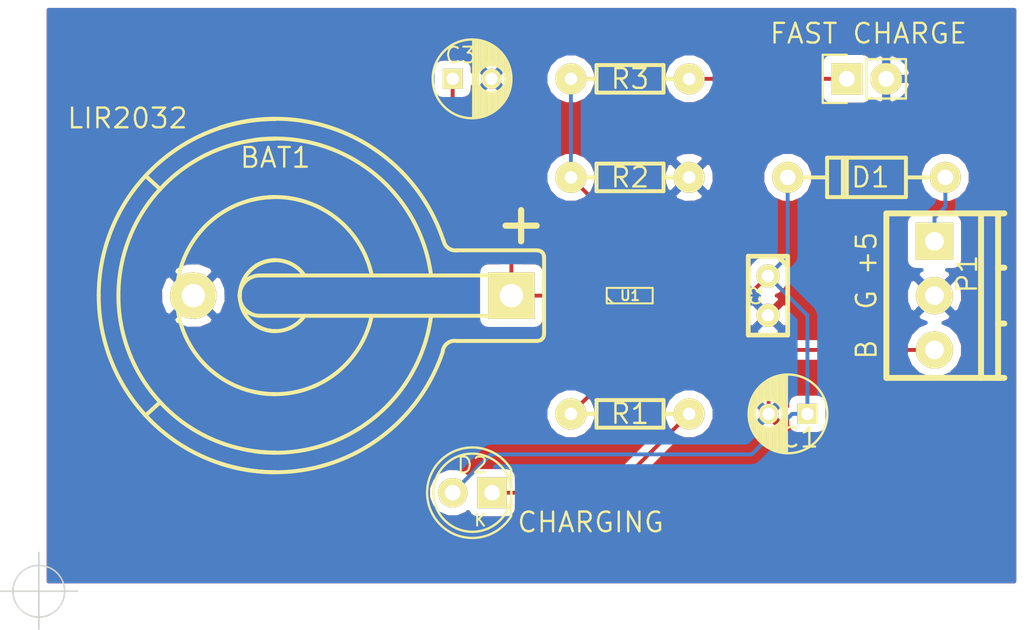
<source format=kicad_pcb>
(kicad_pcb (version 4) (host pcbnew 4.0.3-stable)

  (general
    (links 20)
    (no_connects 0)
    (area 137.768329 101.649529 201.270871 139.752071)
    (thickness 1.6)
    (drawings 6)
    (tracks 36)
    (zones 0)
    (modules 13)
    (nets 9)
  )

  (page A4)
  (layers
    (0 F.Cu signal)
    (31 B.Cu signal hide)
    (32 B.Adhes user)
    (33 F.Adhes user)
    (34 B.Paste user)
    (35 F.Paste user)
    (36 B.SilkS user)
    (37 F.SilkS user)
    (38 B.Mask user)
    (39 F.Mask user)
    (40 Dwgs.User user)
    (41 Cmts.User user)
    (42 Eco1.User user)
    (43 Eco2.User user)
    (44 Edge.Cuts user)
    (45 Margin user)
    (46 B.CrtYd user)
    (47 F.CrtYd user)
    (48 B.Fab user)
    (49 F.Fab user)
  )

  (setup
    (last_trace_width 0.25)
    (trace_clearance 0.2)
    (zone_clearance 0.508)
    (zone_45_only no)
    (trace_min 0.2)
    (segment_width 0.2)
    (edge_width 0.1)
    (via_size 0.6)
    (via_drill 0.4)
    (via_min_size 0.4)
    (via_min_drill 0.3)
    (uvia_size 0.3)
    (uvia_drill 0.1)
    (uvias_allowed no)
    (uvia_min_size 0.2)
    (uvia_min_drill 0.1)
    (pcb_text_width 0.3)
    (pcb_text_size 1.5 1.5)
    (mod_edge_width 0.15)
    (mod_text_size 1 1)
    (mod_text_width 0.15)
    (pad_size 1.5 1.5)
    (pad_drill 0.6)
    (pad_to_mask_clearance 0.0762)
    (aux_axis_origin 137.7696 139.7508)
    (grid_origin 137.7696 139.7508)
    (visible_elements 7FFFFFFF)
    (pcbplotparams
      (layerselection 0x010e0_80000001)
      (usegerberextensions false)
      (excludeedgelayer true)
      (linewidth 0.127000)
      (plotframeref false)
      (viasonmask false)
      (mode 1)
      (useauxorigin false)
      (hpglpennumber 1)
      (hpglpenspeed 20)
      (hpglpendiameter 15)
      (hpglpenoverlay 2)
      (psnegative false)
      (psa4output false)
      (plotreference true)
      (plotvalue true)
      (plotinvisibletext false)
      (padsonsilk false)
      (subtractmaskfromsilk false)
      (outputformat 1)
      (mirror false)
      (drillshape 0)
      (scaleselection 1)
      (outputdirectory production/))
  )

  (net 0 "")
  (net 1 gnd)
  (net 2 VDD)
  (net 3 "Net-(D1-Pad1)")
  (net 4 "Net-(D2-Pad1)")
  (net 5 "Net-(JP1-Pad1)")
  (net 6 "Net-(R1-Pad2)")
  (net 7 "Net-(R2-Pad1)")
  (net 8 /BOUT)

  (net_class Default "This is the default net class."
    (clearance 0.2)
    (trace_width 0.25)
    (via_dia 0.6)
    (via_drill 0.4)
    (uvia_dia 0.3)
    (uvia_drill 0.1)
    (add_net /BOUT)
    (add_net "Net-(D1-Pad1)")
    (add_net "Net-(D2-Pad1)")
    (add_net "Net-(JP1-Pad1)")
    (add_net "Net-(R1-Pad2)")
    (add_net "Net-(R2-Pad1)")
    (add_net VDD)
    (add_net gnd)
  )

  (net_class test ""
    (clearance 0.1524)
    (trace_width 0.25)
    (via_dia 0.6)
    (via_drill 0.4)
    (uvia_dia 0.3)
    (uvia_drill 0.1)
  )

  (module Capacitors_ThroughHole:C_Radial_D5_L6_P2.5 placed (layer F.Cu) (tedit 57C8F7AB) (tstamp 57C64C5D)
    (at 187.3 128.321 180)
    (descr "Radial Electrolytic Capacitor Diameter 5mm x Length 6mm, Pitch 2.5mm")
    (tags "Electrolytic Capacitor")
    (path /57C59C37)
    (fp_text reference C1 (at 0.5084 -1.5238 180) (layer F.SilkS)
      (effects (font (size 1.27 1.27) (thickness 0.1524)))
    )
    (fp_text value 1uF (at 1.27 1.778 180) (layer F.Fab) hide
      (effects (font (size 1 1) (thickness 0.15)))
    )
    (fp_line (start 1.325 -2.499) (end 1.325 2.499) (layer F.SilkS) (width 0.15))
    (fp_line (start 1.465 -2.491) (end 1.465 2.491) (layer F.SilkS) (width 0.15))
    (fp_line (start 1.605 -2.475) (end 1.605 -0.095) (layer F.SilkS) (width 0.15))
    (fp_line (start 1.605 0.095) (end 1.605 2.475) (layer F.SilkS) (width 0.15))
    (fp_line (start 1.745 -2.451) (end 1.745 -0.49) (layer F.SilkS) (width 0.15))
    (fp_line (start 1.745 0.49) (end 1.745 2.451) (layer F.SilkS) (width 0.15))
    (fp_line (start 1.885 -2.418) (end 1.885 -0.657) (layer F.SilkS) (width 0.15))
    (fp_line (start 1.885 0.657) (end 1.885 2.418) (layer F.SilkS) (width 0.15))
    (fp_line (start 2.025 -2.377) (end 2.025 -0.764) (layer F.SilkS) (width 0.15))
    (fp_line (start 2.025 0.764) (end 2.025 2.377) (layer F.SilkS) (width 0.15))
    (fp_line (start 2.165 -2.327) (end 2.165 -0.835) (layer F.SilkS) (width 0.15))
    (fp_line (start 2.165 0.835) (end 2.165 2.327) (layer F.SilkS) (width 0.15))
    (fp_line (start 2.305 -2.266) (end 2.305 -0.879) (layer F.SilkS) (width 0.15))
    (fp_line (start 2.305 0.879) (end 2.305 2.266) (layer F.SilkS) (width 0.15))
    (fp_line (start 2.445 -2.196) (end 2.445 -0.898) (layer F.SilkS) (width 0.15))
    (fp_line (start 2.445 0.898) (end 2.445 2.196) (layer F.SilkS) (width 0.15))
    (fp_line (start 2.585 -2.114) (end 2.585 -0.896) (layer F.SilkS) (width 0.15))
    (fp_line (start 2.585 0.896) (end 2.585 2.114) (layer F.SilkS) (width 0.15))
    (fp_line (start 2.725 -2.019) (end 2.725 -0.871) (layer F.SilkS) (width 0.15))
    (fp_line (start 2.725 0.871) (end 2.725 2.019) (layer F.SilkS) (width 0.15))
    (fp_line (start 2.865 -1.908) (end 2.865 -0.823) (layer F.SilkS) (width 0.15))
    (fp_line (start 2.865 0.823) (end 2.865 1.908) (layer F.SilkS) (width 0.15))
    (fp_line (start 3.005 -1.78) (end 3.005 -0.745) (layer F.SilkS) (width 0.15))
    (fp_line (start 3.005 0.745) (end 3.005 1.78) (layer F.SilkS) (width 0.15))
    (fp_line (start 3.145 -1.631) (end 3.145 -0.628) (layer F.SilkS) (width 0.15))
    (fp_line (start 3.145 0.628) (end 3.145 1.631) (layer F.SilkS) (width 0.15))
    (fp_line (start 3.285 -1.452) (end 3.285 -0.44) (layer F.SilkS) (width 0.15))
    (fp_line (start 3.285 0.44) (end 3.285 1.452) (layer F.SilkS) (width 0.15))
    (fp_line (start 3.425 -1.233) (end 3.425 1.233) (layer F.SilkS) (width 0.15))
    (fp_line (start 3.565 -0.944) (end 3.565 0.944) (layer F.SilkS) (width 0.15))
    (fp_line (start 3.705 -0.472) (end 3.705 0.472) (layer F.SilkS) (width 0.15))
    (fp_circle (center 2.5 0) (end 2.5 -0.9) (layer F.SilkS) (width 0.15))
    (fp_circle (center 1.25 0) (end 1.25 -2.5375) (layer F.SilkS) (width 0.15))
    (fp_circle (center 1.25 0) (end 1.25 -2.8) (layer F.CrtYd) (width 0.05))
    (pad 1 thru_hole rect (at 0 0 180) (size 1.3 1.3) (drill 0.8) (layers *.Cu *.Mask F.SilkS)
      (net 2 VDD))
    (pad 2 thru_hole circle (at 2.5 0 180) (size 1.3 1.3) (drill 0.8) (layers *.Cu *.Mask F.SilkS)
      (net 1 gnd))
    (model Capacitors_ThroughHole.3dshapes/C_Radial_D5_L6_P2.5.wrl
      (at (xyz 0.0492126 0 0))
      (scale (xyz 1 1 1))
      (rotate (xyz 0 0 90))
    )
  )

  (module Capacitors_ThroughHole:C_Radial_D5_L11_P2.5 placed (layer F.Cu) (tedit 57C8F8DB) (tstamp 57C64C91)
    (at 164.44 106.731)
    (descr "Radial Electrolytic Capacitor Diameter 5mm x Length 11mm, Pitch 2.5mm")
    (tags "Electrolytic Capacitor")
    (path /57C5DC5D)
    (fp_text reference C3 (at 0.5076 -1.5242) (layer F.SilkS)
      (effects (font (size 1.016 1.016) (thickness 0.127)))
    )
    (fp_text value "1uF (optional)" (at 1.25 3.8) (layer F.Fab) hide
      (effects (font (size 1 1) (thickness 0.15)))
    )
    (fp_line (start 1.325 -2.499) (end 1.325 2.499) (layer F.SilkS) (width 0.15))
    (fp_line (start 1.465 -2.491) (end 1.465 2.491) (layer F.SilkS) (width 0.15))
    (fp_line (start 1.605 -2.475) (end 1.605 -0.095) (layer F.SilkS) (width 0.15))
    (fp_line (start 1.605 0.095) (end 1.605 2.475) (layer F.SilkS) (width 0.15))
    (fp_line (start 1.745 -2.451) (end 1.745 -0.49) (layer F.SilkS) (width 0.15))
    (fp_line (start 1.745 0.49) (end 1.745 2.451) (layer F.SilkS) (width 0.15))
    (fp_line (start 1.885 -2.418) (end 1.885 -0.657) (layer F.SilkS) (width 0.15))
    (fp_line (start 1.885 0.657) (end 1.885 2.418) (layer F.SilkS) (width 0.15))
    (fp_line (start 2.025 -2.377) (end 2.025 -0.764) (layer F.SilkS) (width 0.15))
    (fp_line (start 2.025 0.764) (end 2.025 2.377) (layer F.SilkS) (width 0.15))
    (fp_line (start 2.165 -2.327) (end 2.165 -0.835) (layer F.SilkS) (width 0.15))
    (fp_line (start 2.165 0.835) (end 2.165 2.327) (layer F.SilkS) (width 0.15))
    (fp_line (start 2.305 -2.266) (end 2.305 -0.879) (layer F.SilkS) (width 0.15))
    (fp_line (start 2.305 0.879) (end 2.305 2.266) (layer F.SilkS) (width 0.15))
    (fp_line (start 2.445 -2.196) (end 2.445 -0.898) (layer F.SilkS) (width 0.15))
    (fp_line (start 2.445 0.898) (end 2.445 2.196) (layer F.SilkS) (width 0.15))
    (fp_line (start 2.585 -2.114) (end 2.585 -0.896) (layer F.SilkS) (width 0.15))
    (fp_line (start 2.585 0.896) (end 2.585 2.114) (layer F.SilkS) (width 0.15))
    (fp_line (start 2.725 -2.019) (end 2.725 -0.871) (layer F.SilkS) (width 0.15))
    (fp_line (start 2.725 0.871) (end 2.725 2.019) (layer F.SilkS) (width 0.15))
    (fp_line (start 2.865 -1.908) (end 2.865 -0.823) (layer F.SilkS) (width 0.15))
    (fp_line (start 2.865 0.823) (end 2.865 1.908) (layer F.SilkS) (width 0.15))
    (fp_line (start 3.005 -1.78) (end 3.005 -0.745) (layer F.SilkS) (width 0.15))
    (fp_line (start 3.005 0.745) (end 3.005 1.78) (layer F.SilkS) (width 0.15))
    (fp_line (start 3.145 -1.631) (end 3.145 -0.628) (layer F.SilkS) (width 0.15))
    (fp_line (start 3.145 0.628) (end 3.145 1.631) (layer F.SilkS) (width 0.15))
    (fp_line (start 3.285 -1.452) (end 3.285 -0.44) (layer F.SilkS) (width 0.15))
    (fp_line (start 3.285 0.44) (end 3.285 1.452) (layer F.SilkS) (width 0.15))
    (fp_line (start 3.425 -1.233) (end 3.425 1.233) (layer F.SilkS) (width 0.15))
    (fp_line (start 3.565 -0.944) (end 3.565 0.944) (layer F.SilkS) (width 0.15))
    (fp_line (start 3.705 -0.472) (end 3.705 0.472) (layer F.SilkS) (width 0.15))
    (fp_circle (center 2.5 0) (end 2.5 -0.9) (layer F.SilkS) (width 0.15))
    (fp_circle (center 1.25 0) (end 1.25 -2.5375) (layer F.SilkS) (width 0.15))
    (fp_circle (center 1.25 0) (end 1.25 -2.8) (layer F.CrtYd) (width 0.05))
    (pad 1 thru_hole rect (at 0 0) (size 1.3 1.3) (drill 0.8) (layers *.Cu *.Mask F.SilkS)
      (net 8 /BOUT))
    (pad 2 thru_hole circle (at 2.5 0) (size 1.3 1.3) (drill 0.8) (layers *.Cu *.Mask F.SilkS)
      (net 1 gnd))
    (model Capacitors_ThroughHole.3dshapes/C_Radial_D5_L11_P2.5.wrl
      (at (xyz 0.049213 0 0))
      (scale (xyz 1 1 1))
      (rotate (xyz 0 0 90))
    )
  )

  (module w_pth_diodes:diode_do41 placed (layer F.Cu) (tedit 57C8F729) (tstamp 57C64C9F)
    (at 191.11 113.081 180)
    (descr "Diode, DO-41 package")
    (path /57C5C76D)
    (fp_text reference D1 (at -0.2536 0.0002 180) (layer F.SilkS)
      (effects (font (size 1.27 1.27) (thickness 0.1524)))
    )
    (fp_text value 1N5817 (at 0 0 180) (layer F.SilkS) hide
      (effects (font (size 1 1) (thickness 0.15)))
    )
    (fp_line (start 1.524 1.27) (end 1.524 -1.27) (layer F.SilkS) (width 0.254))
    (fp_line (start 1.27 -1.27) (end 1.27 1.27) (layer F.SilkS) (width 0.254))
    (fp_line (start -2.54 -1.27) (end -2.54 1.27) (layer F.SilkS) (width 0.254))
    (fp_line (start 2.54 -1.27) (end 2.54 1.27) (layer F.SilkS) (width 0.254))
    (fp_line (start -2.54 -1.27) (end 2.54 -1.27) (layer F.SilkS) (width 0.254))
    (fp_line (start 2.54 1.27) (end -2.54 1.27) (layer F.SilkS) (width 0.254))
    (fp_line (start 4.826 0) (end 2.54 0) (layer F.SilkS) (width 0.254))
    (fp_line (start -2.54 0) (end -4.826 0) (layer F.SilkS) (width 0.254))
    (pad 1 thru_hole circle (at -5.08 0 180) (size 1.99898 1.99898) (drill 1.00076) (layers *.Cu *.Mask F.SilkS)
      (net 3 "Net-(D1-Pad1)"))
    (pad 2 thru_hole circle (at 5.08 0 180) (size 1.99898 1.99898) (drill 1.00076) (layers *.Cu *.Mask F.SilkS)
      (net 2 VDD))
    (model walter/pth_diodes/diode_do41.wrl
      (at (xyz 0 0 0))
      (scale (xyz 1 1 1))
      (rotate (xyz 0 0 0))
    )
  )

  (module LEDs:LED-5MM placed (layer F.Cu) (tedit 57C905DE) (tstamp 57C64CAB)
    (at 166.98 133.401 180)
    (descr "LED 5mm round vertical")
    (tags "LED 5mm round vertical")
    (path /57C5A1B4)
    (fp_text reference D2 (at 1.2704 1.7782 180) (layer F.SilkS)
      (effects (font (size 1.016 1.016) (thickness 0.127)))
    )
    (fp_text value CHARGING (at -6.3496 -1.9048 180) (layer F.SilkS)
      (effects (font (size 1.27 1.27) (thickness 0.1524)))
    )
    (fp_line (start -1.5 -1.55) (end -1.5 1.55) (layer F.CrtYd) (width 0.05))
    (fp_arc (start 1.3 0) (end -1.5 1.55) (angle -302) (layer F.CrtYd) (width 0.05))
    (fp_arc (start 1.27 0) (end -1.23 -1.5) (angle 297.5) (layer F.SilkS) (width 0.15))
    (fp_line (start -1.23 1.5) (end -1.23 -1.5) (layer F.SilkS) (width 0.15))
    (fp_circle (center 1.27 0) (end 0.97 -2.5) (layer F.SilkS) (width 0.15))
    (fp_text user K (at 0.762 -1.778 180) (layer F.SilkS)
      (effects (font (size 0.762 0.762) (thickness 0.127)))
    )
    (pad 1 thru_hole rect (at 0 0 270) (size 2 1.9) (drill 1.00076) (layers *.Cu *.Mask F.SilkS)
      (net 4 "Net-(D2-Pad1)"))
    (pad 2 thru_hole circle (at 2.54 0 180) (size 1.9 1.9) (drill 1.00076) (layers *.Cu *.Mask F.SilkS)
      (net 2 VDD))
    (model LEDs.3dshapes/LED-5MM.wrl
      (at (xyz 0.05 0 0))
      (scale (xyz 1 1 1))
      (rotate (xyz 0 0 90))
    )
  )

  (module Pin_Headers:Pin_Header_Straight_1x02 placed (layer F.Cu) (tedit 57C8F816) (tstamp 57C64CBC)
    (at 189.84 106.731 90)
    (descr "Through hole pin header")
    (tags "pin header")
    (path /57C5B841)
    (fp_text reference JP1 (at -2.54 3.175 180) (layer F.SilkS) hide
      (effects (font (size 1.27 1.27) (thickness 0.1524)))
    )
    (fp_text value "FAST CHARGE" (at 2.9212 1.3966 180) (layer F.SilkS)
      (effects (font (size 1.27 1.27) (thickness 0.1524)))
    )
    (fp_line (start 1.27 1.27) (end 1.27 3.81) (layer F.SilkS) (width 0.15))
    (fp_line (start 1.55 -1.55) (end 1.55 0) (layer F.SilkS) (width 0.15))
    (fp_line (start -1.75 -1.75) (end -1.75 4.3) (layer F.CrtYd) (width 0.05))
    (fp_line (start 1.75 -1.75) (end 1.75 4.3) (layer F.CrtYd) (width 0.05))
    (fp_line (start -1.75 -1.75) (end 1.75 -1.75) (layer F.CrtYd) (width 0.05))
    (fp_line (start -1.75 4.3) (end 1.75 4.3) (layer F.CrtYd) (width 0.05))
    (fp_line (start 1.27 1.27) (end -1.27 1.27) (layer F.SilkS) (width 0.15))
    (fp_line (start -1.55 0) (end -1.55 -1.55) (layer F.SilkS) (width 0.15))
    (fp_line (start -1.55 -1.55) (end 1.55 -1.55) (layer F.SilkS) (width 0.15))
    (fp_line (start -1.27 1.27) (end -1.27 3.81) (layer F.SilkS) (width 0.15))
    (fp_line (start -1.27 3.81) (end 1.27 3.81) (layer F.SilkS) (width 0.15))
    (pad 1 thru_hole rect (at 0 0 90) (size 2.032 2.032) (drill 1.016) (layers *.Cu *.Mask F.SilkS)
      (net 5 "Net-(JP1-Pad1)"))
    (pad 2 thru_hole oval (at 0 2.54 90) (size 2.032 2.032) (drill 1.016) (layers *.Cu *.Mask F.SilkS)
      (net 1 gnd))
    (model Pin_Headers.3dshapes/Pin_Header_Straight_1x02.wrl
      (at (xyz 0 -0.05 0))
      (scale (xyz 1 1 1))
      (rotate (xyz 0 0 90))
    )
  )

  (module w_conn_pt-1,5:pt_1,5-3-3,5-h (layer F.Cu) (tedit 57C8F890) (tstamp 57C706E3)
    (at 196.19 120.701 90)
    (descr "3-way 3.5mm pitch terminal block, Phoenix PT series")
    (path /57C707E5)
    (fp_text reference P1 (at 1.3972 1.3966 90) (layer F.SilkS)
      (effects (font (size 1.27 1.27) (thickness 0.1524)))
    )
    (fp_text value "B  G +5" (at 0.0002 -5.0804 90) (layer F.SilkS)
      (effects (font (size 1.27 1.27) (thickness 0.1524)))
    )
    (fp_line (start -1.8 3.4) (end -1.8 3.8) (layer F.SilkS) (width 0.381))
    (fp_line (start 1.8 3.4) (end 1.8 3.8) (layer F.SilkS) (width 0.381))
    (fp_line (start -5.3 2.3) (end 5.3 2.3) (layer F.SilkS) (width 0.381))
    (fp_line (start -5.3 3.4) (end 5.3 3.4) (layer F.SilkS) (width 0.381))
    (fp_line (start -5.3 -3.8) (end -5.3 3.8) (layer F.SilkS) (width 0.381))
    (fp_line (start 5.3 3.8) (end 5.3 -3.8) (layer F.SilkS) (width 0.381))
    (fp_line (start 5.3 -3.8) (end -5.3 -3.8) (layer F.SilkS) (width 0.381))
    (pad 2 thru_hole circle (at 0 -0.7 90) (size 2.4 2.4) (drill 1.2) (layers *.Cu *.Mask F.SilkS)
      (net 1 gnd))
    (pad 1 thru_hole rect (at 3.5 -0.7 90) (size 2.4 2.4) (drill 1.2) (layers *.Cu *.Mask F.SilkS)
      (net 3 "Net-(D1-Pad1)"))
    (pad 3 thru_hole circle (at -3.5 -0.7 90) (size 2.4 2.4) (drill 1.2) (layers *.Cu *.Mask F.SilkS)
      (net 8 /BOUT))
    (model walter/conn_pt-1_5/pt_1,5-3-3,5-h.wrl
      (at (xyz 0 0 0))
      (scale (xyz 1 1 1))
      (rotate (xyz 0 0 0))
    )
  )

  (module w_pth_resistors:RC03 (layer F.Cu) (tedit 57C8F769) (tstamp 57C706E9)
    (at 175.87 128.321 180)
    (descr "Resistor, RC03")
    (tags R)
    (path /57C59CEE)
    (autoplace_cost180 10)
    (fp_text reference R1 (at 0 0 180) (layer F.SilkS)
      (effects (font (size 1.27 1.27) (thickness 0.1524)))
    )
    (fp_text value 470R (at 0 2.032 180) (layer F.SilkS) hide
      (effects (font (size 1.397 1.27) (thickness 0.2032)))
    )
    (fp_line (start 2.159 0) (end 3.81 0) (layer F.SilkS) (width 0.254))
    (fp_line (start -2.159 0) (end -3.81 0) (layer F.SilkS) (width 0.254))
    (fp_line (start -2.159 -0.889) (end -2.159 0.889) (layer F.SilkS) (width 0.254))
    (fp_line (start -2.159 0.889) (end 2.159 0.889) (layer F.SilkS) (width 0.254))
    (fp_line (start 2.159 0.889) (end 2.159 -0.889) (layer F.SilkS) (width 0.254))
    (fp_line (start 2.159 -0.889) (end -2.159 -0.889) (layer F.SilkS) (width 0.254))
    (pad 1 thru_hole circle (at -3.81 0 180) (size 1.99898 1.99898) (drill 0.8001) (layers *.Cu *.Mask F.SilkS)
      (net 4 "Net-(D2-Pad1)"))
    (pad 2 thru_hole circle (at 3.81 0 180) (size 1.99898 1.99898) (drill 0.8001) (layers *.Cu *.Mask F.SilkS)
      (net 6 "Net-(R1-Pad2)"))
    (model walter/pth_resistors/rc03.wrl
      (at (xyz 0 0 0))
      (scale (xyz 1 1 1))
      (rotate (xyz 0 0 0))
    )
  )

  (module w_pth_resistors:RC03 (layer F.Cu) (tedit 57C8F71A) (tstamp 57C706EE)
    (at 175.87 113.081)
    (descr "Resistor, RC03")
    (tags R)
    (path /57C59D6B)
    (autoplace_cost180 10)
    (fp_text reference R2 (at 0 0) (layer F.SilkS)
      (effects (font (size 1.27 1.27) (thickness 0.1524)))
    )
    (fp_text value 10K (at 0 2.032) (layer F.SilkS) hide
      (effects (font (size 1.397 1.27) (thickness 0.2032)))
    )
    (fp_line (start 2.159 0) (end 3.81 0) (layer F.SilkS) (width 0.254))
    (fp_line (start -2.159 0) (end -3.81 0) (layer F.SilkS) (width 0.254))
    (fp_line (start -2.159 -0.889) (end -2.159 0.889) (layer F.SilkS) (width 0.254))
    (fp_line (start -2.159 0.889) (end 2.159 0.889) (layer F.SilkS) (width 0.254))
    (fp_line (start 2.159 0.889) (end 2.159 -0.889) (layer F.SilkS) (width 0.254))
    (fp_line (start 2.159 -0.889) (end -2.159 -0.889) (layer F.SilkS) (width 0.254))
    (pad 1 thru_hole circle (at -3.81 0) (size 1.99898 1.99898) (drill 0.8001) (layers *.Cu *.Mask F.SilkS)
      (net 7 "Net-(R2-Pad1)"))
    (pad 2 thru_hole circle (at 3.81 0) (size 1.99898 1.99898) (drill 0.8001) (layers *.Cu *.Mask F.SilkS)
      (net 1 gnd))
    (model walter/pth_resistors/rc03.wrl
      (at (xyz 0 0 0))
      (scale (xyz 1 1 1))
      (rotate (xyz 0 0 0))
    )
  )

  (module w_pth_resistors:RC03 (layer F.Cu) (tedit 57C8F711) (tstamp 57C706F3)
    (at 175.87 106.731)
    (descr "Resistor, RC03")
    (tags R)
    (path /57C5B240)
    (autoplace_cost180 10)
    (fp_text reference R3 (at 0 0) (layer F.SilkS)
      (effects (font (size 1.27 1.27) (thickness 0.1524)))
    )
    (fp_text value 10K (at 0 2.032) (layer F.SilkS) hide
      (effects (font (size 1.397 1.27) (thickness 0.2032)))
    )
    (fp_line (start 2.159 0) (end 3.81 0) (layer F.SilkS) (width 0.254))
    (fp_line (start -2.159 0) (end -3.81 0) (layer F.SilkS) (width 0.254))
    (fp_line (start -2.159 -0.889) (end -2.159 0.889) (layer F.SilkS) (width 0.254))
    (fp_line (start -2.159 0.889) (end 2.159 0.889) (layer F.SilkS) (width 0.254))
    (fp_line (start 2.159 0.889) (end 2.159 -0.889) (layer F.SilkS) (width 0.254))
    (fp_line (start 2.159 -0.889) (end -2.159 -0.889) (layer F.SilkS) (width 0.254))
    (pad 1 thru_hole circle (at -3.81 0) (size 1.99898 1.99898) (drill 0.8001) (layers *.Cu *.Mask F.SilkS)
      (net 7 "Net-(R2-Pad1)"))
    (pad 2 thru_hole circle (at 3.81 0) (size 1.99898 1.99898) (drill 0.8001) (layers *.Cu *.Mask F.SilkS)
      (net 5 "Net-(JP1-Pad1)"))
    (model walter/pth_resistors/rc03.wrl
      (at (xyz 0 0 0))
      (scale (xyz 1 1 1))
      (rotate (xyz 0 0 0))
    )
  )

  (module w_capacitors:cnp_3mm_disc (layer F.Cu) (tedit 57C8F8AE) (tstamp 57C70C0C)
    (at 184.76 120.701 270)
    (descr "Small ceramic capacitor")
    (tags C)
    (path /57C5C046)
    (fp_text reference C2 (at -0.0002 0.7624 270) (layer F.SilkS)
      (effects (font (size 0.635 0.635) (thickness 0.127)))
    )
    (fp_text value 100n (at 0 -2.286 270) (layer F.SilkS) hide
      (effects (font (size 1.016 1.016) (thickness 0.2032)))
    )
    (fp_line (start -2.4892 -1.27) (end 2.54 -1.27) (layer F.SilkS) (width 0.3048))
    (fp_line (start 2.54 -1.27) (end 2.54 1.27) (layer F.SilkS) (width 0.3048))
    (fp_line (start 2.54 1.27) (end -2.54 1.27) (layer F.SilkS) (width 0.3048))
    (fp_line (start -2.54 1.27) (end -2.54 -1.27) (layer F.SilkS) (width 0.3048))
    (fp_line (start -2.54 -0.635) (end -1.905 -1.27) (layer F.SilkS) (width 0.3048))
    (pad 1 thru_hole circle (at -1.27 0 270) (size 1.50114 1.50114) (drill 0.8001) (layers *.Cu *.Mask F.SilkS)
      (net 2 VDD))
    (pad 2 thru_hole circle (at 1.27 0 270) (size 1.50114 1.50114) (drill 0.8001) (layers *.Cu *.Mask F.SilkS)
      (net 1 gnd))
    (model walter/capacitors/cnp_3mm_disc.wrl
      (at (xyz 0 0 0))
      (scale (xyz 1 1 1))
      (rotate (xyz 0 0 0))
    )
  )

  (module gama:LOGO2 (layer F.Cu) (tedit 0) (tstamp 57CDFB05)
    (at 191.7446 134.0358)
    (fp_text reference G*** (at 0 0) (layer F.Mask) hide
      (effects (font (thickness 0.3)))
    )
    (fp_text value LOGO (at 0.75 0) (layer F.Mask) hide
      (effects (font (thickness 0.3)))
    )
    (fp_poly (pts (xy -4.114066 -1.218856) (xy -3.8635 -1.101498) (xy -3.887016 -0.4826) (xy -4.904908 1.0668)
      (xy -5.139282 1.423852) (xy -5.356955 1.756026) (xy -5.551383 2.053293) (xy -5.716021 2.305623)
      (xy -5.844326 2.502989) (xy -5.929755 2.63536) (xy -5.965591 2.6924) (xy -5.982128 2.736083)
      (xy -5.94927 2.714394) (xy -5.880205 2.641997) (xy -5.788125 2.533554) (xy -5.686219 2.403728)
      (xy -5.602914 2.289221) (xy -5.4102 2.013042) (xy -4.761113 1.876043) (xy -4.112026 1.739043)
      (xy -3.872666 1.931086) (xy -3.739801 2.042562) (xy -3.66822 2.129763) (xy -3.638902 2.230651)
      (xy -3.632829 2.383193) (xy -3.632753 2.409981) (xy -3.637553 2.577258) (xy -3.65837 2.669003)
      (xy -3.703594 2.710994) (xy -3.7338 2.720447) (xy -4.041066 2.792596) (xy -4.382865 2.8741)
      (xy -4.745078 2.961468) (xy -5.113586 3.051207) (xy -5.47427 3.139826) (xy -5.813012 3.223832)
      (xy -6.115691 3.299734) (xy -6.36819 3.36404) (xy -6.55639 3.413257) (xy -6.66617 3.443893)
      (xy -6.686101 3.450633) (xy -6.747326 3.468997) (xy -6.783547 3.44413) (xy -6.806077 3.355993)
      (xy -6.823954 3.206439) (xy -6.845615 3.068672) (xy -6.880197 2.916678) (xy -6.920754 2.772547)
      (xy -6.96034 2.658368) (xy -6.992011 2.596227) (xy -7.00882 2.608215) (xy -7.009542 2.6162)
      (xy -7.037357 2.617427) (xy -7.100866 2.552103) (xy -7.10693 2.544337) (xy -6.905902 2.544337)
      (xy -6.885349 2.574561) (xy -6.87467 2.58674) (xy -6.83658 2.680227) (xy -6.842005 2.72399)
      (xy -6.853835 2.788215) (xy -6.823321 2.781357) (xy -6.769966 2.712938) (xy -6.751307 2.6797)
      (xy -6.720806 2.60861) (xy -6.732145 2.603059) (xy -6.799834 2.607943) (xy -6.853326 2.580109)
      (xy -6.905902 2.544337) (xy -7.10693 2.544337) (xy -7.107681 2.543376) (xy -7.133376 2.506133)
      (xy -7.044267 2.506133) (xy -7.037294 2.536333) (xy -7.0104 2.54) (xy -6.968586 2.521413)
      (xy -6.972129 2.5146) (xy -6.7056 2.5146) (xy -6.6802 2.54) (xy -6.6548 2.5146)
      (xy -6.6802 2.4892) (xy -6.7056 2.5146) (xy -6.972129 2.5146) (xy -6.976534 2.506133)
      (xy -7.036822 2.500053) (xy -7.044267 2.506133) (xy -7.133376 2.506133) (xy -7.162873 2.46338)
      (xy -7.170931 2.404533) (xy -7.095067 2.404533) (xy -7.088094 2.434733) (xy -7.0612 2.4384)
      (xy -7.019386 2.419813) (xy -7.027334 2.404533) (xy -7.087622 2.398453) (xy -7.095067 2.404533)
      (xy -7.170931 2.404533) (xy -7.171714 2.398816) (xy -7.166355 2.3876) (xy -6.9342 2.3876)
      (xy -6.930173 2.434411) (xy -6.911799 2.4384) (xy -6.860068 2.401523) (xy -6.858 2.3876)
      (xy -6.875333 2.33812) (xy -6.880402 2.3368) (xy -6.923774 2.372397) (xy -6.9342 2.3876)
      (xy -7.166355 2.3876) (xy -7.140497 2.333492) (xy -6.997945 2.333492) (xy -6.990997 2.3368)
      (xy -6.944637 2.301037) (xy -6.9342 2.286) (xy -6.921256 2.238507) (xy -6.928204 2.2352)
      (xy -6.974564 2.270962) (xy -6.985 2.286) (xy -6.997945 2.333492) (xy -7.140497 2.333492)
      (xy -7.130265 2.312082) (xy -7.074401 2.225876) (xy -7.06938 2.219501) (xy -6.857223 2.219501)
      (xy -6.820375 2.300294) (xy -6.803737 2.31354) (xy -6.771599 2.38286) (xy -6.779006 2.430838)
      (xy -6.772316 2.454553) (xy -6.718182 2.406432) (xy -6.701861 2.3876) (xy -6.641375 2.322073)
      (xy -6.628349 2.32256) (xy -6.632841 2.331949) (xy -6.643344 2.37848) (xy -6.611021 2.366538)
      (xy -6.571954 2.308991) (xy -6.5772 2.288265) (xy -6.556353 2.24556) (xy -6.491982 2.217756)
      (xy -6.416772 2.191653) (xy -6.418715 2.151568) (xy -6.475027 2.08498) (xy -6.526108 2.005886)
      (xy -6.504196 1.981842) (xy -6.427229 2.022568) (xy -6.40071 2.0447) (xy -6.35525 2.081452)
      (xy -6.376241 2.046343) (xy -6.393017 2.023822) (xy -6.427335 1.938971) (xy -6.403267 1.906524)
      (xy -6.354713 1.914024) (xy -6.348456 1.940101) (xy -6.328625 1.959572) (xy -6.292392 1.912804)
      (xy -6.265226 1.813993) (xy -6.296946 1.760404) (xy -6.33588 1.733694) (xy -6.322247 1.790505)
      (xy -6.321954 1.791276) (xy -6.31315 1.855166) (xy -6.369744 1.849341) (xy -6.438901 1.849594)
      (xy -6.4516 1.877163) (xy -6.482402 1.912549) (xy -6.5024 1.905) (xy -6.552103 1.901828)
      (xy -6.557087 1.914701) (xy -6.569223 1.996266) (xy -6.578028 2.044941) (xy -6.573527 2.10678)
      (xy -6.552251 2.107613) (xy -6.491093 2.116655) (xy -6.477513 2.132771) (xy -6.478416 2.180281)
      (xy -6.495248 2.1844) (xy -6.58203 2.201269) (xy -6.633579 2.218432) (xy -6.694256 2.227766)
      (xy -6.685536 2.193032) (xy -6.682042 2.140265) (xy -6.702602 2.1336) (xy -6.748592 2.175534)
      (xy -6.757178 2.2225) (xy -6.765568 2.281326) (xy -6.800837 2.244931) (xy -6.8072 2.2352)
      (xy -6.847982 2.196145) (xy -6.857223 2.219501) (xy -7.06938 2.219501) (xy -7.021728 2.159)
      (xy -6.9596 2.159) (xy -6.9342 2.1844) (xy -6.9088 2.159) (xy -6.9342 2.1336)
      (xy -6.9596 2.159) (xy -7.021728 2.159) (xy -6.982508 2.109205) (xy -6.899713 2.040108)
      (xy -6.873652 2.032) (xy -6.826282 2.058181) (xy -6.832241 2.082218) (xy -6.824077 2.111116)
      (xy -6.784731 2.102295) (xy -6.732605 2.052766) (xy -6.760403 2.001277) (xy -6.839058 1.9812)
      (xy -6.877911 1.964675) (xy -6.856345 1.90294) (xy -6.838809 1.876601) (xy -6.7056 1.876601)
      (xy -6.668724 1.928332) (xy -6.6548 1.9304) (xy -6.605321 1.913067) (xy -6.604 1.907998)
      (xy -6.639598 1.864626) (xy -6.6548 1.8542) (xy -6.701612 1.858227) (xy -6.7056 1.876601)
      (xy -6.838809 1.876601) (xy -6.803858 1.824106) (xy -6.72299 1.727128) (xy -6.670705 1.712318)
      (xy -6.648777 1.735206) (xy -6.612318 1.77478) (xy -6.601208 1.7272) (xy -6.585973 1.695688)
      (xy -6.5532 1.7526) (xy -6.518763 1.805795) (xy -6.505971 1.7836) (xy -6.46357 1.698864)
      (xy -6.374114 1.61558) (xy -6.283502 1.576415) (xy -6.265131 1.606721) (xy -6.274022 1.625958)
      (xy -6.264205 1.679044) (xy -6.199312 1.716487) (xy -6.125684 1.716569) (xy -6.106933 1.704265)
      (xy -6.114697 1.655529) (xy -6.160992 1.618667) (xy -6.221341 1.558733) (xy -6.221431 1.521459)
      (xy -6.233623 1.496969) (xy -6.279328 1.50775) (xy -6.340786 1.515258) (xy -6.342728 1.452281)
      (xy -6.337504 1.430898) (xy -6.330638 1.356104) (xy -6.351228 1.346958) (xy -6.363028 1.34512)
      (xy -6.210377 1.34512) (xy -6.207361 1.378429) (xy -6.136731 1.458518) (xy -6.045707 1.54645)
      (xy -6.003114 1.571807) (xy -6.019663 1.533528) (xy -6.075427 1.464586) (xy -6.131213 1.397)
      (xy -5.9436 1.397) (xy -5.9182 1.4224) (xy -5.8928 1.397) (xy -5.9182 1.3716)
      (xy -5.9436 1.397) (xy -6.131213 1.397) (xy -6.137724 1.389113) (xy -6.132193 1.371609)
      (xy -6.080662 1.387804) (xy -6.018742 1.395987) (xy -6.018162 1.37425) (xy -6.086986 1.338455)
      (xy -6.146586 1.334751) (xy -6.210377 1.34512) (xy -6.363028 1.34512) (xy -6.411997 1.337493)
      (xy -6.426466 1.320369) (xy -6.419692 1.281143) (xy -6.391876 1.281441) (xy -6.338746 1.253263)
      (xy -6.333454 1.2192) (xy -6.2484 1.2192) (xy -6.229814 1.261014) (xy -6.214534 1.253066)
      (xy -6.208454 1.192778) (xy -6.214534 1.185333) (xy -6.244734 1.192306) (xy -6.2484 1.2192)
      (xy -6.333454 1.2192) (xy -6.331565 1.207046) (xy -6.318837 1.145059) (xy -6.296975 1.144375)
      (xy -6.236917 1.134714) (xy -6.223951 1.119138) (xy -6.156337 1.082939) (xy -6.06704 1.091953)
      (xy -6.013175 1.139427) (xy -6.012181 1.144185) (xy -6.039744 1.18174) (xy -6.054056 1.179841)
      (xy -6.079986 1.197871) (xy -6.070866 1.218769) (xy -6.010038 1.249376) (xy -5.99089 1.24243)
      (xy -5.946653 1.249919) (xy -5.9436 1.267001) (xy -5.904241 1.318143) (xy -5.88658 1.3208)
      (xy -5.857125 1.293689) (xy -5.876997 1.2573) (xy -5.911851 1.178413) (xy -5.904452 1.062987)
      (xy -5.89915 1.035179) (xy -5.862347 1.035199) (xy -5.821123 1.063046) (xy -5.744978 1.092781)
      (xy -5.718694 1.072776) (xy -5.723586 1.00528) (xy -5.739572 0.991112) (xy -5.787366 0.985307)
      (xy -5.791201 0.997311) (xy -5.815766 0.992513) (xy -5.863981 0.936809) (xy -5.896222 0.860292)
      (xy -5.778745 0.860292) (xy -5.771797 0.8636) (xy -5.725437 0.827837) (xy -5.715 0.8128)
      (xy -5.702056 0.765307) (xy -5.709004 0.762) (xy -5.755364 0.797762) (xy -5.7658 0.8128)
      (xy -5.778745 0.860292) (xy -5.896222 0.860292) (xy -5.906152 0.836727) (xy -5.889381 0.78994)
      (xy -5.842868 0.711263) (xy -5.866676 0.688883) (xy -5.77569 0.688883) (xy -5.748166 0.708308)
      (xy -5.667007 0.691043) (xy -5.573865 0.674231) (xy -5.559284 0.706327) (xy -5.58814 0.773063)
      (xy -5.624245 0.851549) (xy -5.609202 0.844014) (xy -5.566264 0.791567) (xy -5.518278 0.686227)
      (xy -5.537621 0.634493) (xy -5.567395 0.567493) (xy -5.560932 0.548664) (xy -5.564619 0.5334)
      (xy -5.3848 0.5334) (xy -5.3594 0.5588) (xy -5.334 0.5334) (xy -5.3594 0.508)
      (xy -5.3848 0.5334) (xy -5.564619 0.5334) (xy -5.572574 0.500472) (xy -5.615039 0.455839)
      (xy -5.655328 0.4318) (xy -5.334 0.4318) (xy -5.3086 0.4572) (xy -5.2832 0.4318)
      (xy -5.3086 0.4064) (xy -5.334 0.4318) (xy -5.655328 0.4318) (xy -5.672776 0.42139)
      (xy -5.681674 0.4359) (xy -5.693886 0.511076) (xy -5.735077 0.603779) (xy -5.77569 0.688883)
      (xy -5.866676 0.688883) (xy -5.880286 0.67609) (xy -5.9436 0.6858) (xy -6.025411 0.690658)
      (xy -6.0452 0.663823) (xy -6.008564 0.611757) (xy -5.9944 0.6096) (xy -5.949332 0.568454)
      (xy -5.9436 0.5334) (xy -5.842 0.5334) (xy -5.8166 0.5588) (xy -5.7912 0.5334)
      (xy -5.8166 0.508) (xy -5.842 0.5334) (xy -5.9436 0.5334) (xy -5.921178 0.465727)
      (xy -5.902209 0.4572) (xy -5.855989 0.415798) (xy -5.838118 0.386723) (xy -5.784186 0.386723)
      (xy -5.776798 0.394738) (xy -5.7023 0.350576) (xy -5.616956 0.285162) (xy -5.588 0.24178)
      (xy -5.601695 0.206421) (xy -5.65201 0.239875) (xy -5.719827 0.311996) (xy -5.784186 0.386723)
      (xy -5.838118 0.386723) (xy -5.792795 0.31299) (xy -5.776031 0.2794) (xy -5.695171 0.144557)
      (xy -5.624522 0.107428) (xy -5.557958 0.165447) (xy -5.547164 0.183591) (xy -5.508829 0.232834)
      (xy -5.482529 0.191543) (xy -5.473177 0.158121) (xy -5.466009 0.08421) (xy -5.484788 0.075203)
      (xy -5.514276 0.051573) (xy -5.5245 -0.026327) (xy -5.50917 -0.121384) (xy -5.48005 -0.1524)
      (xy -5.441231 -0.120521) (xy -5.441616 -0.1143) (xy -5.440236 -0.029363) (xy -5.399529 -0.036175)
      (xy -5.368018 -0.073007) (xy -5.324145 -0.122653) (xy -5.306074 -0.098648) (xy -5.304385 0.012617)
      (xy -5.304518 0.018734) (xy -5.323384 0.148405) (xy -5.367301 0.20265) (xy -5.3721 0.20305)
      (xy -5.429216 0.243793) (xy -5.4356 0.275166) (xy -5.474351 0.358946) (xy -5.4991 0.37587)
      (xy -5.513142 0.394109) (xy -5.471017 0.392804) (xy -5.397075 0.359728) (xy -5.385621 0.3302)
      (xy -5.348519 0.276829) (xy -5.25049 0.219001) (xy -5.248605 0.218191) (xy -5.17145 0.176432)
      (xy -5.172057 0.155218) (xy -5.17861 0.154691) (xy -5.212555 0.137158) (xy -5.158073 0.083875)
      (xy -5.15329 0.080353) (xy -5.093311 0.01028) (xy -5.099735 -0.033947) (xy -5.152738 -0.036235)
      (xy -5.167494 -0.012384) (xy -5.214449 0.029212) (xy -5.235699 0.023361) (xy -5.248534 -0.035328)
      (xy -5.220753 -0.101373) (xy -5.160019 -0.165952) (xy -5.092662 -0.143116) (xy -5.085042 -0.137118)
      (xy -5.033349 -0.101737) (xy -5.042545 -0.127) (xy -4.9784 -0.127) (xy -4.953 -0.1016)
      (xy -4.9276 -0.127) (xy -4.953 -0.1524) (xy -4.9784 -0.127) (xy -5.042545 -0.127)
      (xy -5.04611 -0.136792) (xy -5.047847 -0.1397) (xy -5.046097 -0.193428) (xy -4.994099 -0.20533)
      (xy -4.891893 -0.231113) (xy -4.755312 -0.292203) (xy -4.7244 -0.309183) (xy -4.5466 -0.410906)
      (xy -4.7244 -0.385005) (xy -4.831874 -0.369517) (xy -5.019782 -0.342608) (xy -5.267971 -0.307159)
      (xy -5.556284 -0.266047) (xy -5.8166 -0.228979) (xy -6.114806 -0.184687) (xy -6.381795 -0.141541)
      (xy -6.599754 -0.102699) (xy -6.750867 -0.071317) (xy -6.815008 -0.052051) (xy -6.860325 -0.039347)
      (xy -6.890725 -0.074544) (xy -6.91318 -0.175524) (xy -6.934503 -0.358608) (xy -6.958601 -0.552582)
      (xy -6.991315 -0.676507) (xy -7.045423 -0.76185) (xy -7.128346 -0.8359) (xy -7.222377 -0.918126)
      (xy -7.264196 -0.97242) (xy -7.262851 -0.979946) (xy -7.208178 -0.990798) (xy -7.065506 -1.011516)
      (xy -6.84778 -1.040434) (xy -6.567945 -1.075883) (xy -6.238945 -1.116196) (xy -5.873725 -1.159707)
      (xy -5.801816 -1.168138) (xy -4.364632 -1.336215) (xy -4.114066 -1.218856)) (layer F.Mask) (width 0.01))
    (fp_poly (pts (xy -0.064389 -1.799658) (xy 0.085048 -1.780369) (xy 0.231274 -1.748459) (xy 0.3175 -1.725258)
      (xy 0.43138 -1.687723) (xy 0.487433 -1.637726) (xy 0.506145 -1.54281) (xy 0.508 -1.423436)
      (xy 0.504783 -1.290203) (xy 0.481879 -1.206092) (xy 0.419401 -1.155957) (xy 0.297465 -1.124653)
      (xy 0.096186 -1.097033) (xy 0.0762 -1.094547) (xy -0.104804 -1.069981) (xy -0.266731 -1.044662)
      (xy -0.3175 -1.03544) (xy -0.4572 -1.007928) (xy -0.4572 1.928464) (xy -0.5969 1.958347)
      (xy -0.744629 1.997351) (xy -0.84402 2.031291) (xy -0.875217 2.041924) (xy -0.900005 2.038862)
      (xy -0.919474 2.011473) (xy -0.934716 1.949126) (xy -0.94682 1.841188) (xy -0.956878 1.677027)
      (xy -0.965978 1.446011) (xy -0.975213 1.137508) (xy -0.985672 0.740886) (xy -0.988784 0.619763)
      (xy -0.999379 0.155208) (xy -1.004709 -0.213798) (xy -1.004697 -0.493172) (xy -0.999271 -0.688832)
      (xy -0.988356 -0.806694) (xy -0.971877 -0.852678) (xy -0.970264 -0.853446) (xy -0.916882 -0.898115)
      (xy -0.9144 -0.910141) (xy -0.960208 -0.920594) (xy -1.081169 -0.91565) (xy -1.252587 -0.898702)
      (xy -1.449768 -0.873143) (xy -1.648018 -0.842366) (xy -1.822641 -0.809765) (xy -1.948943 -0.778733)
      (xy -1.991504 -0.76214) (xy -2.039604 -0.74621) (xy -2.068051 -0.779026) (xy -2.084112 -0.879351)
      (xy -2.093104 -1.024485) (xy -2.106494 -1.204578) (xy -2.139711 -1.316601) (xy -2.21494 -1.390456)
      (xy -2.354369 -1.456047) (xy -2.437191 -1.48824) (xy -2.487658 -1.510225) (xy -2.506562 -1.52939)
      (xy -2.483886 -1.547815) (xy -2.409612 -1.56758) (xy -2.273724 -1.590766) (xy -2.066206 -1.619454)
      (xy -1.77704 -1.655723) (xy -1.427887 -1.697862) (xy -1.018901 -1.745503) (xy -0.694292 -1.779248)
      (xy -0.437825 -1.799352) (xy -0.233269 -1.806071) (xy -0.064389 -1.799658)) (layer F.Mask) (width 0.01))
    (fp_poly (pts (xy -6.408892 1.431445) (xy -6.423519 1.468861) (xy -6.41257 1.523359) (xy -6.388552 1.536549)
      (xy -6.3738 1.570598) (xy -6.439036 1.618875) (xy -6.529094 1.65208) (xy -6.5532 1.624389)
      (xy -6.586168 1.594973) (xy -6.6167 1.605934) (xy -6.633746 1.601183) (xy -6.596424 1.5494)
      (xy -6.5532 1.5494) (xy -6.5278 1.5748) (xy -6.5024 1.5494) (xy -6.5278 1.524)
      (xy -6.5532 1.5494) (xy -6.596424 1.5494) (xy -6.589197 1.539374) (xy -6.583427 1.532732)
      (xy -6.504409 1.459706) (xy -6.437851 1.422596) (xy -6.408892 1.431445)) (layer F.Mask) (width 0.01))
    (fp_poly (pts (xy -6.1976 1.651) (xy -6.223 1.6764) (xy -6.2484 1.651) (xy -6.223 1.6256)
      (xy -6.1976 1.651)) (layer F.Mask) (width 0.01))
    (fp_poly (pts (xy 1.711584 -2.018631) (xy 1.932586 -1.982241) (xy 2.168391 -1.929232) (xy 2.397808 -1.865715)
      (xy 2.599649 -1.797802) (xy 2.752724 -1.731603) (xy 2.835843 -1.67323) (xy 2.8448 -1.652092)
      (xy 2.853431 -1.59952) (xy 2.8756 -1.478042) (xy 2.894986 -1.374836) (xy 2.915766 -1.033632)
      (xy 2.849799 -0.718422) (xy 2.703126 -0.445139) (xy 2.481787 -0.229711) (xy 2.453564 -0.210508)
      (xy 2.279174 -0.096192) (xy 2.396887 -0.001776) (xy 2.460314 0.07225) (xy 2.550266 0.206039)
      (xy 2.655108 0.378538) (xy 2.763205 0.568693) (xy 2.862921 0.755451) (xy 2.94262 0.917756)
      (xy 2.990667 1.034556) (xy 2.996833 1.083802) (xy 2.934547 1.108464) (xy 2.814578 1.136565)
      (xy 2.794 1.140384) (xy 2.6162 1.17223) (xy 2.399897 0.767334) (xy 2.284767 0.562362)
      (xy 2.168337 0.372452) (xy 2.07094 0.230301) (xy 2.047532 0.200737) (xy 1.960574 0.106713)
      (xy 1.881382 0.063341) (xy 1.770379 0.057767) (xy 1.645857 0.070253) (xy 1.475301 0.090401)
      (xy 1.357457 0.115049) (xy 1.282616 0.161079) (xy 1.241067 0.245373) (xy 1.223101 0.38481)
      (xy 1.219007 0.596273) (xy 1.2192 0.812014) (xy 1.218068 1.092484) (xy 1.209957 1.28912)
      (xy 1.187795 1.419685) (xy 1.14451 1.501946) (xy 1.073028 1.553669) (xy 0.966279 1.592617)
      (xy 0.900767 1.611895) (xy 0.709335 1.667462) (xy 0.74377 -0.027097) (xy 0.762553 -0.951423)
      (xy 1.219767 -0.951423) (xy 1.225311 -0.809242) (xy 1.241044 -0.713823) (xy 1.249823 -0.69751)
      (xy 1.317794 -0.691181) (xy 1.432617 -0.726333) (xy 1.55634 -0.788493) (xy 1.630575 -0.842703)
      (xy 1.6873 -0.879567) (xy 1.762398 -0.886168) (xy 1.883759 -0.860829) (xy 2.024614 -0.819017)
      (xy 2.197467 -0.767065) (xy 2.303473 -0.754279) (xy 2.373772 -0.792972) (xy 2.439505 -0.895457)
      (xy 2.496279 -1.005519) (xy 2.548723 -1.12081) (xy 2.547226 -1.196873) (xy 2.486725 -1.283549)
      (xy 2.465504 -1.3084) (xy 2.348898 -1.443962) (xy 1.823554 -1.378399) (xy 1.601779 -1.348951)
      (xy 1.418181 -1.321257) (xy 1.295847 -1.298994) (xy 1.258705 -1.28842) (xy 1.237021 -1.228025)
      (xy 1.223856 -1.103356) (xy 1.219767 -0.951423) (xy 0.762553 -0.951423) (xy 0.778206 -1.721657)
      (xy 0.541503 -1.781259) (xy 0.403683 -1.822669) (xy 0.318347 -1.861223) (xy 0.3048 -1.876486)
      (xy 0.351587 -1.895896) (xy 0.476647 -1.921089) (xy 0.657027 -1.949137) (xy 0.869772 -1.977114)
      (xy 1.09193 -2.002092) (xy 1.300548 -2.021145) (xy 1.472672 -2.031344) (xy 1.526573 -2.032289)
      (xy 1.711584 -2.018631)) (layer F.Mask) (width 0.01))
    (fp_poly (pts (xy -5.976739 0.833483) (xy -5.973156 0.8382) (xy -5.913525 0.928579) (xy -5.894416 0.974901)
      (xy -5.92156 1.027287) (xy -5.974299 1.045978) (xy -6.00075 1.018998) (xy -6.012659 0.924487)
      (xy -6.01345 0.918633) (xy -6.053069 0.843191) (xy -6.066045 0.829733) (xy -6.088888 0.822528)
      (xy -6.075747 0.8509) (xy -6.073264 0.906565) (xy -6.096 0.9144) (xy -6.130997 0.943382)
      (xy -6.12469 0.959876) (xy -6.138215 1.013677) (xy -6.172492 1.034482) (xy -6.237413 1.041513)
      (xy -6.247271 1.027105) (xy -6.218293 0.964988) (xy -6.149976 0.865894) (xy -6.148211 0.8636)
      (xy -6.077553 0.779543) (xy -6.032365 0.771241) (xy -5.976739 0.833483)) (layer F.Mask) (width 0.01))
    (fp_poly (pts (xy -3.020606 -0.056969) (xy -2.834256 0.04305) (xy -2.690231 0.204989) (xy -2.609925 0.421343)
      (xy -2.606314 0.445) (xy -2.60025 0.591142) (xy -2.641992 0.703718) (xy -2.726426 0.810588)
      (xy -2.91481 0.951104) (xy -3.137769 1.008264) (xy -3.366749 0.977999) (xy -3.490034 0.91943)
      (xy -3.677856 0.755179) (xy -3.773373 0.564619) (xy -3.774427 0.36158) (xy -3.678857 0.159888)
      (xy -3.619679 0.089532) (xy -3.43471 -0.041232) (xy -3.227888 -0.087565) (xy -3.020606 -0.056969)) (layer F.Mask) (width 0.01))
    (fp_poly (pts (xy 3.899443 -2.325587) (xy 4.146802 -2.295815) (xy 4.401285 -2.252754) (xy 4.634637 -2.20174)
      (xy 4.818602 -2.14811) (xy 4.914215 -2.104999) (xy 5.002547 -2.015183) (xy 5.102461 -1.867075)
      (xy 5.171617 -1.735597) (xy 5.239607 -1.571299) (xy 5.279912 -1.417676) (xy 5.299135 -1.237537)
      (xy 5.30388 -0.993688) (xy 5.303877 -0.9906) (xy 5.267575 -0.519254) (xy 5.162291 -0.104621)
      (xy 4.991509 0.246104) (xy 4.758713 0.525726) (xy 4.473641 0.7239) (xy 4.214083 0.829683)
      (xy 3.9964 0.855986) (xy 3.799992 0.803443) (xy 3.703212 0.747727) (xy 3.604311 0.669779)
      (xy 3.517788 0.569486) (xy 3.43111 0.42712) (xy 3.331746 0.222951) (xy 3.245737 0.027595)
      (xy 3.187172 -0.129595) (xy 3.160378 -0.275293) (xy 3.160377 -0.276545) (xy 3.581194 -0.276545)
      (xy 3.592484 -0.088826) (xy 3.622559 0.044017) (xy 3.671979 0.100883) (xy 3.679263 0.1016)
      (xy 3.750682 0.067574) (xy 3.85265 -0.017012) (xy 3.881459 -0.045853) (xy 4.022727 -0.193305)
      (xy 4.345541 -0.100988) (xy 4.525858 -0.053456) (xy 4.63519 -0.038045) (xy 4.69843 -0.053261)
      (xy 4.726039 -0.078176) (xy 4.78893 -0.194634) (xy 4.850337 -0.37329) (xy 4.899533 -0.575162)
      (xy 4.925792 -0.761269) (xy 4.9276 -0.810714) (xy 4.942377 -0.949269) (xy 4.978573 -1.045569)
      (xy 4.984765 -1.052846) (xy 5.026994 -1.160241) (xy 5.006653 -1.309207) (xy 4.937202 -1.473928)
      (xy 4.832104 -1.628584) (xy 4.704822 -1.747359) (xy 4.595517 -1.799334) (xy 4.411419 -1.797314)
      (xy 4.209927 -1.71746) (xy 4.012819 -1.575684) (xy 3.841869 -1.387898) (xy 3.718853 -1.170015)
      (xy 3.712655 -1.154194) (xy 3.654418 -0.957965) (xy 3.612722 -0.732214) (xy 3.588127 -0.498041)
      (xy 3.581194 -0.276545) (xy 3.160377 -0.276545) (xy 3.160206 -0.452222) (xy 3.170929 -0.593224)
      (xy 3.24544 -1.066316) (xy 3.375066 -1.479768) (xy 3.376493 -1.483202) (xy 3.380069 -1.536617)
      (xy 3.327572 -1.581338) (xy 3.201213 -1.629062) (xy 3.115899 -1.654522) (xy 2.956441 -1.701974)
      (xy 2.841772 -1.739246) (xy 2.801158 -1.755895) (xy 2.815544 -1.803071) (xy 2.87411 -1.89956)
      (xy 2.893377 -1.92728) (xy 3.093503 -2.128018) (xy 3.351084 -2.269941) (xy 3.630469 -2.334666)
      (xy 3.687463 -2.336731) (xy 3.899443 -2.325587)) (layer F.Mask) (width 0.01))
    (fp_poly (pts (xy 6.475695 -2.629247) (xy 6.644999 -2.610392) (xy 6.831437 -2.584489) (xy 7.215425 -2.527378)
      (xy 7.185112 -2.292389) (xy 7.170874 -2.171257) (xy 7.148547 -1.968145) (xy 7.120166 -1.702166)
      (xy 7.087763 -1.392436) (xy 7.053374 -1.058067) (xy 7.044499 -0.970849) (xy 7.007488 -0.611769)
      (xy 6.977488 -0.340813) (xy 6.951949 -0.144954) (xy 6.928325 -0.011168) (xy 6.904067 0.073571)
      (xy 6.876627 0.12229) (xy 6.843459 0.148014) (xy 6.824031 0.156286) (xy 6.784049 0.164843)
      (xy 6.746285 0.150894) (xy 6.704386 0.102762) (xy 6.651998 0.008766) (xy 6.582771 -0.142773)
      (xy 6.490351 -0.363533) (xy 6.368386 -0.665195) (xy 6.343574 -0.727066) (xy 6.215627 -1.047145)
      (xy 6.117267 -1.285154) (xy 6.043505 -1.438689) (xy 5.989351 -1.50535) (xy 5.949815 -1.482732)
      (xy 5.919908 -1.368434) (xy 5.89464 -1.160054) (xy 5.869021 -0.855189) (xy 5.840659 -0.48493)
      (xy 5.817264 -0.202796) (xy 5.793811 0.044264) (xy 5.772242 0.238253) (xy 5.754504 0.361173)
      (xy 5.745594 0.395024) (xy 5.677712 0.440372) (xy 5.5753 0.475746) (xy 5.473795 0.488403)
      (xy 5.438323 0.448994) (xy 5.436559 0.420067) (xy 5.440865 0.345755) (xy 5.452438 0.185396)
      (xy 5.470103 -0.045811) (xy 5.492687 -0.332664) (xy 5.519014 -0.659963) (xy 5.537726 -0.889)
      (xy 5.573551 -1.317794) (xy 5.601646 -1.656086) (xy 5.620722 -1.914769) (xy 5.629489 -2.104736)
      (xy 5.626658 -2.236881) (xy 5.610941 -2.322098) (xy 5.581048 -2.37128) (xy 5.53569 -2.395319)
      (xy 5.473577 -2.40511) (xy 5.393421 -2.411546) (xy 5.357076 -2.415489) (xy 5.20942 -2.438857)
      (xy 5.118446 -2.462952) (xy 5.102826 -2.478161) (xy 5.162224 -2.483639) (xy 5.296917 -2.474526)
      (xy 5.481959 -2.452808) (xy 5.559002 -2.441854) (xy 5.987704 -2.378073) (xy 6.330146 -1.506537)
      (xy 6.455869 -1.187078) (xy 6.551306 -0.95621) (xy 6.621963 -0.815644) (xy 6.673346 -0.767091)
      (xy 6.710963 -0.81226) (xy 6.740319 -0.952862) (xy 6.76692 -1.190608) (xy 6.796274 -1.527208)
      (xy 6.807029 -1.654676) (xy 6.829944 -1.923843) (xy 6.850086 -2.157948) (xy 6.865795 -2.337883)
      (xy 6.875409 -2.44454) (xy 6.877336 -2.4638) (xy 6.835032 -2.499063) (xy 6.718861 -2.539963)
      (xy 6.5786 -2.572564) (xy 6.420614 -2.605831) (xy 6.355882 -2.626607) (xy 6.376782 -2.634532)
      (xy 6.475695 -2.629247)) (layer F.Mask) (width 0.01))
    (fp_poly (pts (xy -5.603938 0.540814) (xy -5.6134 0.5588) (xy -5.661265 0.607314) (xy -5.670197 0.6096)
      (xy -5.673663 0.576785) (xy -5.6642 0.5588) (xy -5.616336 0.510285) (xy -5.607404 0.508)
      (xy -5.603938 0.540814)) (layer F.Mask) (width 0.01))
  )

  (module w_battery_holders:keystone_103 (layer F.Cu) (tedit 57C90604) (tstamp 57C64C35)
    (at 153.01 120.701)
    (descr "Keystone type 103 battery holder")
    (path /57C5AF95)
    (fp_text reference BAT1 (at -0.0004 -8.8902) (layer F.SilkS)
      (effects (font (size 1.27 1.27) (thickness 0.1524)))
    )
    (fp_text value LIR2032 (at -9.5254 -11.4302) (layer F.SilkS)
      (effects (font (size 1.27 1.27) (thickness 0.1524)))
    )
    (fp_line (start -8.3566 7.7216) (end -7.4422 6.8834) (layer F.SilkS) (width 0.254))
    (fp_line (start -8.3566 -7.7216) (end -7.4168 -6.858) (layer F.SilkS) (width 0.254))
    (fp_arc (start 0 0) (end -1.3716 -1.8288) (angle 90) (layer F.SilkS) (width 0.254))
    (fp_arc (start 0 0) (end 1.8288 1.3716) (angle 90) (layer F.SilkS) (width 0.254))
    (fp_arc (start 0 0) (end 0 2.286) (angle 90) (layer F.SilkS) (width 0.254))
    (fp_arc (start 0 0) (end -2.286 0) (angle 90) (layer F.SilkS) (width 0.254))
    (fp_arc (start 0 0) (end 6.1976 1.3716) (angle 90) (layer F.SilkS) (width 0.254))
    (fp_arc (start 0 0) (end -1.397 -6.1976) (angle 90) (layer F.SilkS) (width 0.254))
    (fp_arc (start 0 0) (end 0 6.35) (angle 90) (layer F.SilkS) (width 0.254))
    (fp_arc (start 0 0) (end -6.35 0.0254) (angle 90) (layer F.SilkS) (width 0.254))
    (fp_arc (start 0 0) (end -1.3462 -10.033) (angle 90) (layer F.SilkS) (width 0.254))
    (fp_arc (start 0 0) (end 10.033 1.3462) (angle 90) (layer F.SilkS) (width 0.254))
    (fp_arc (start 0 0) (end 0 10.1092) (angle 90) (layer F.SilkS) (width 0.254))
    (fp_arc (start 0 0) (end -10.1092 0) (angle 90) (layer F.SilkS) (width 0.254))
    (fp_line (start 11.684 -2.921) (end 16.891 -2.921) (layer F.SilkS) (width 0.254))
    (fp_arc (start 0 0) (end -3.5814 -10.8204) (angle 90) (layer F.SilkS) (width 0.254))
    (fp_line (start 16.891 2.921) (end 11.684 2.921) (layer F.SilkS) (width 0.254))
    (fp_arc (start 0 0) (end 10.795 3.6068) (angle 90) (layer F.SilkS) (width 0.254))
    (fp_line (start 17.3228 -2.54) (end 17.3228 2.4892) (layer F.SilkS) (width 0.254))
    (fp_arc (start 0 0) (end 0 11.3792) (angle 90) (layer F.SilkS) (width 0.254))
    (fp_arc (start 0 0) (end -11.3792 0) (angle 90) (layer F.SilkS) (width 0.254))
    (fp_line (start 15.19936 1.30048) (end -1.00076 1.30048) (layer F.SilkS) (width 0.254))
    (fp_line (start -1.00076 -1.30048) (end 15.19936 -1.30048) (layer F.SilkS) (width 0.254))
    (fp_arc (start 11.6078 -3.683) (end 11.7348 -2.921) (angle 90) (layer F.SilkS) (width 0.254))
    (fp_arc (start 11.557 3.683) (end 10.795 3.556) (angle 90) (layer F.SilkS) (width 0.254))
    (fp_line (start 14.83868 -4.5085) (end 16.8402 -4.5085) (layer F.SilkS) (width 0.39878))
    (fp_line (start 15.84198 -3.5052) (end 15.84198 -5.50926) (layer F.SilkS) (width 0.39878))
    (fp_arc (start -1.00076 0) (end -1.00076 1.30048) (angle 90) (layer F.SilkS) (width 0.254))
    (fp_arc (start -1.00076 0) (end -2.30124 0) (angle 90) (layer F.SilkS) (width 0.254))
    (fp_line (start 15.20698 -1.30048) (end 15.20698 1.30048) (layer F.SilkS) (width 0.254))
    (fp_arc (start 16.91386 2.50698) (end 17.31518 2.50698) (angle 90) (layer F.SilkS) (width 0.254))
    (fp_arc (start 16.91386 -2.50698) (end 16.91386 -2.9083) (angle 90) (layer F.SilkS) (width 0.254))
    (pad 2 thru_hole circle (at -5.2832 0) (size 2.99974 2.99974) (drill 1.4986) (layers *.Cu *.Mask F.SilkS)
      (net 1 gnd))
    (pad 1 thru_hole rect (at 15.2146 0) (size 2.9972 2.9972) (drill 1.4986) (layers *.Cu *.Mask F.SilkS)
      (net 8 /BOUT))
    (model walter/battery_holders/keystone_103.wrl
      (at (xyz 0 0 0))
      (scale (xyz 1 1 1))
      (rotate (xyz 0 0 0))
    )
  )

  (module gama:TSOT-23 (layer F.Cu) (tedit 57C8FFB5) (tstamp 57C6EDA0)
    (at 175.87 120.701)
    (path /57C5A6A1)
    (solder_mask_margin 0.0762)
    (clearance 0.1524)
    (fp_text reference U1 (at 0 0) (layer F.SilkS)
      (effects (font (size 0.635 0.635) (thickness 0.127)))
    )
    (fp_text value LTC4054L-4.2 (at -1.27 3.81) (layer F.Fab) hide
      (effects (font (size 1 1) (thickness 0.15)))
    )
    (fp_line (start -1.5 0.1) (end -1.1 0.5) (layer F.SilkS) (width 0.127))
    (fp_line (start -1.5 -0.5) (end -1.5 0.5) (layer F.SilkS) (width 0.127))
    (fp_line (start -1.5 -0.5) (end 1.45 -0.5) (layer F.SilkS) (width 0.127))
    (fp_line (start -1.46 0.5) (end 1.46 0.5) (layer F.SilkS) (width 0.127))
    (fp_line (start 1.46 0.5) (end 1.46 -0.5) (layer F.SilkS) (width 0.127))
    (pad 5 smd rect (at -0.95 -1.31) (size 0.62 1.22) (layers F.Cu F.Paste F.Mask)
      (net 7 "Net-(R2-Pad1)") (solder_mask_margin 0.0762))
    (pad 1 smd rect (at -0.95 1.31) (size 0.62 1.22) (layers F.Cu F.Paste F.Mask)
      (net 6 "Net-(R1-Pad2)") (solder_mask_margin 0.0762))
    (pad 2 smd rect (at 0 1.31) (size 0.62 1.22) (layers F.Cu F.Paste F.Mask)
      (net 1 gnd) (solder_mask_margin 0.0762))
    (pad 4 smd rect (at 0.95 -1.31) (size 0.62 1.22) (layers F.Cu F.Paste F.Mask)
      (net 2 VDD) (solder_mask_margin 0.0762))
    (pad 3 smd rect (at 0.95 1.31) (size 0.62 1.22) (layers F.Cu F.Paste F.Mask)
      (net 8 /BOUT) (solder_mask_margin 0.0762))
    (model TO_SOT_Packages_SMD.3dshapes/SOT-23-5.wrl
      (at (xyz 0 0 0))
      (scale (xyz 1 1 1))
      (rotate (xyz 0 0 -90))
    )
  )

  (gr_text "© 2016 REV A" (at 193.6496 137.8458) (layer F.Mask)
    (effects (font (size 0.8 0.8) (thickness 0.127)))
  )
  (target plus (at 137.7696 139.7508) (size 5) (width 0.1) (layer Edge.Cuts))
  (gr_line (start 137.7696 101.6508) (end 137.7696 139.7508) (layer Edge.Cuts) (width 0.00254))
  (gr_line (start 201.2696 101.6508) (end 137.7696 101.6508) (layer Edge.Cuts) (width 0.00254))
  (gr_line (start 201.2696 139.7508) (end 201.2696 101.6508) (layer Edge.Cuts) (width 0.00254))
  (gr_line (start 137.7696 139.7508) (end 201.2696 139.7508) (layer Edge.Cuts) (width 0.00254))

  (segment (start 175.87 122.011) (end 175.87 124.5104) (width 0.25) (layer F.Cu) (net 1))
  (segment (start 184.8 126.253) (end 184.8 128.321) (width 0.25) (layer F.Cu) (net 1) (tstamp 57C92A70))
  (segment (start 184.0738 125.5268) (end 184.8 126.253) (width 0.25) (layer F.Cu) (net 1) (tstamp 57C92A6F))
  (segment (start 176.8864 125.5268) (end 184.0738 125.5268) (width 0.25) (layer F.Cu) (net 1) (tstamp 57C92A6D))
  (segment (start 175.87 124.5104) (end 176.8864 125.5268) (width 0.25) (layer F.Cu) (net 1) (tstamp 57C92A6C))
  (segment (start 183.865 120.326) (end 184.76 119.431) (width 0.25) (layer F.Cu) (net 2))
  (segment (start 176.82 120.326) (end 183.865 120.326) (width 0.25) (layer F.Cu) (net 2))
  (segment (start 176.82 119.391) (end 176.82 120.326) (width 0.25) (layer F.Cu) (net 2))
  (segment (start 186.03 118.161) (end 186.03 113.081) (width 0.25) (layer B.Cu) (net 2))
  (segment (start 184.76 119.431) (end 186.03 118.161) (width 0.25) (layer B.Cu) (net 2))
  (segment (start 187.3 121.971) (end 187.3 128.321) (width 0.25) (layer B.Cu) (net 2))
  (segment (start 184.76 119.431) (end 187.3 121.971) (width 0.25) (layer B.Cu) (net 2))
  (segment (start 166.911 130.93) (end 164.44 133.401) (width 0.25) (layer B.Cu) (net 2))
  (segment (start 183.716 130.93) (end 166.911 130.93) (width 0.25) (layer B.Cu) (net 2))
  (segment (start 186.325 128.321) (end 183.716 130.93) (width 0.25) (layer B.Cu) (net 2))
  (segment (start 187.3 128.321) (end 186.325 128.321) (width 0.25) (layer B.Cu) (net 2))
  (segment (start 196.19 114.976) (end 196.19 113.081) (width 0.25) (layer B.Cu) (net 3))
  (segment (start 195.49 115.676) (end 196.19 114.976) (width 0.25) (layer B.Cu) (net 3))
  (segment (start 195.49 117.201) (end 195.49 115.676) (width 0.25) (layer B.Cu) (net 3))
  (segment (start 174.6 133.401) (end 166.98 133.401) (width 0.25) (layer F.Cu) (net 4))
  (segment (start 179.68 128.321) (end 174.6 133.401) (width 0.25) (layer F.Cu) (net 4))
  (segment (start 179.68 106.731) (end 189.84 106.731) (width 0.25) (layer F.Cu) (net 5))
  (segment (start 174.92 122.011) (end 174.92 125.461) (width 0.25) (layer F.Cu) (net 6))
  (segment (start 174.92 125.461) (end 172.06 128.321) (width 0.25) (layer F.Cu) (net 6) (tstamp 57C92A4D))
  (segment (start 172.06 106.731) (end 172.06 113.081) (width 0.25) (layer B.Cu) (net 7))
  (segment (start 174.92 115.941) (end 174.92 119.391) (width 0.25) (layer F.Cu) (net 7))
  (segment (start 172.06 113.081) (end 174.92 115.941) (width 0.25) (layer F.Cu) (net 7))
  (segment (start 176.82 122.011) (end 176.82 123.4292) (width 0.25) (layer F.Cu) (net 8))
  (segment (start 177.5918 124.201) (end 195.49 124.201) (width 0.25) (layer F.Cu) (net 8) (tstamp 57C92A60))
  (segment (start 176.82 123.4292) (end 177.5918 124.201) (width 0.25) (layer F.Cu) (net 8) (tstamp 57C92A5F))
  (segment (start 164.44 106.731) (end 164.44 114.0972) (width 0.25) (layer F.Cu) (net 8))
  (segment (start 168.2246 117.8818) (end 168.2246 120.701) (width 0.25) (layer F.Cu) (net 8) (tstamp 57C92A5B))
  (segment (start 164.44 114.0972) (end 168.2246 117.8818) (width 0.25) (layer F.Cu) (net 8) (tstamp 57C92A59))
  (segment (start 176.82 122.011) (end 176.82 121.2067) (width 0.25) (layer F.Cu) (net 8))
  (segment (start 176.3143 120.701) (end 168.2246 120.701) (width 0.25) (layer F.Cu) (net 8) (tstamp 57C92A52))
  (segment (start 176.82 121.2067) (end 176.3143 120.701) (width 0.25) (layer F.Cu) (net 8) (tstamp 57C92A51))

  (zone (net 1) (net_name gnd) (layer F.Cu) (tstamp 57C72953) (hatch edge 0.508)
    (connect_pads (clearance 0.508))
    (min_thickness 0.254)
    (fill yes (arc_segments 16) (thermal_gap 0.508) (thermal_bridge_width 0.508))
    (polygon
      (pts
        (xy 201.2696 139.7508) (xy 137.7696 139.7508) (xy 137.7696 101.6508) (xy 201.2696 101.6508)
      )
    )
    (filled_polygon
      (pts
        (xy 200.63333 139.11453) (xy 138.40587 139.11453) (xy 138.40587 133.714893) (xy 162.854725 133.714893) (xy 163.095519 134.297657)
        (xy 163.540997 134.743914) (xy 164.123341 134.985724) (xy 164.753893 134.986275) (xy 165.336657 134.745481) (xy 165.434337 134.647971)
        (xy 165.56591 134.852441) (xy 165.77811 134.997431) (xy 166.03 135.04844) (xy 167.93 135.04844) (xy 168.165317 135.004162)
        (xy 168.381441 134.86509) (xy 168.526431 134.65289) (xy 168.57744 134.401) (xy 168.57744 134.161) (xy 174.6 134.161)
        (xy 174.890839 134.103148) (xy 175.137401 133.938401) (xy 179.188917 129.886885) (xy 179.353453 129.955206) (xy 180.003694 129.955774)
        (xy 180.604655 129.707462) (xy 181.064846 129.248073) (xy 181.076496 129.220016) (xy 184.08059 129.220016) (xy 184.136271 129.450611)
        (xy 184.619078 129.618622) (xy 185.129428 129.589083) (xy 185.463729 129.450611) (xy 185.51941 129.220016) (xy 184.8 128.500605)
        (xy 184.08059 129.220016) (xy 181.076496 129.220016) (xy 181.314206 128.647547) (xy 181.314649 128.140078) (xy 183.502378 128.140078)
        (xy 183.531917 128.650428) (xy 183.670389 128.984729) (xy 183.900984 129.04041) (xy 184.620395 128.321) (xy 184.979605 128.321)
        (xy 185.699016 129.04041) (xy 185.929611 128.984729) (xy 186.00256 128.775098) (xy 186.00256 128.971) (xy 186.046838 129.206317)
        (xy 186.18591 129.422441) (xy 186.39811 129.567431) (xy 186.65 129.61844) (xy 187.95 129.61844) (xy 188.185317 129.574162)
        (xy 188.401441 129.43509) (xy 188.546431 129.22289) (xy 188.59744 128.971) (xy 188.59744 127.671) (xy 188.553162 127.435683)
        (xy 188.41409 127.219559) (xy 188.20189 127.074569) (xy 187.95 127.02356) (xy 186.65 127.02356) (xy 186.414683 127.067838)
        (xy 186.198559 127.20691) (xy 186.053569 127.41911) (xy 186.00256 127.671) (xy 186.00256 127.833385) (xy 185.929611 127.657271)
        (xy 185.699016 127.60159) (xy 184.979605 128.321) (xy 184.620395 128.321) (xy 183.900984 127.60159) (xy 183.670389 127.657271)
        (xy 183.502378 128.140078) (xy 181.314649 128.140078) (xy 181.314774 127.997306) (xy 181.077056 127.421984) (xy 184.08059 127.421984)
        (xy 184.8 128.141395) (xy 185.51941 127.421984) (xy 185.463729 127.191389) (xy 184.980922 127.023378) (xy 184.470572 127.052917)
        (xy 184.136271 127.191389) (xy 184.08059 127.421984) (xy 181.077056 127.421984) (xy 181.066462 127.396345) (xy 180.607073 126.936154)
        (xy 180.006547 126.686794) (xy 179.356306 126.686226) (xy 178.755345 126.934538) (xy 178.295154 127.393927) (xy 178.045794 127.994453)
        (xy 178.045226 128.644694) (xy 178.114309 128.811889) (xy 174.285198 132.641) (xy 168.57744 132.641) (xy 168.57744 132.401)
        (xy 168.533162 132.165683) (xy 168.39409 131.949559) (xy 168.18189 131.804569) (xy 167.93 131.75356) (xy 166.03 131.75356)
        (xy 165.794683 131.797838) (xy 165.578559 131.93691) (xy 165.433569 132.14911) (xy 165.432945 132.152192) (xy 165.339003 132.058086)
        (xy 164.756659 131.816276) (xy 164.126107 131.815725) (xy 163.543343 132.056519) (xy 163.097086 132.501997) (xy 162.855276 133.084341)
        (xy 162.854725 133.714893) (xy 138.40587 133.714893) (xy 138.40587 122.214877) (xy 146.392528 122.214877) (xy 146.552295 122.533632)
        (xy 147.343017 122.843595) (xy 148.192166 122.827367) (xy 148.901305 122.533632) (xy 149.061072 122.214877) (xy 147.7268 120.880605)
        (xy 146.392528 122.214877) (xy 138.40587 122.214877) (xy 138.40587 120.317217) (xy 145.584205 120.317217) (xy 145.600433 121.166366)
        (xy 145.894168 121.875505) (xy 146.212923 122.035272) (xy 147.547195 120.701) (xy 147.906405 120.701) (xy 149.240677 122.035272)
        (xy 149.559432 121.875505) (xy 149.869395 121.084783) (xy 149.853167 120.235634) (xy 149.559432 119.526495) (xy 149.240677 119.366728)
        (xy 147.906405 120.701) (xy 147.547195 120.701) (xy 146.212923 119.366728) (xy 145.894168 119.526495) (xy 145.584205 120.317217)
        (xy 138.40587 120.317217) (xy 138.40587 119.187123) (xy 146.392528 119.187123) (xy 147.7268 120.521395) (xy 149.061072 119.187123)
        (xy 148.901305 118.868368) (xy 148.110583 118.558405) (xy 147.261434 118.574633) (xy 146.552295 118.868368) (xy 146.392528 119.187123)
        (xy 138.40587 119.187123) (xy 138.40587 106.081) (xy 163.14256 106.081) (xy 163.14256 107.381) (xy 163.186838 107.616317)
        (xy 163.32591 107.832441) (xy 163.53811 107.977431) (xy 163.68 108.006164) (xy 163.68 114.0972) (xy 163.737852 114.388039)
        (xy 163.902599 114.634601) (xy 167.4646 118.196602) (xy 167.4646 118.55496) (xy 166.726 118.55496) (xy 166.490683 118.599238)
        (xy 166.274559 118.73831) (xy 166.129569 118.95051) (xy 166.07856 119.2024) (xy 166.07856 122.1996) (xy 166.122838 122.434917)
        (xy 166.26191 122.651041) (xy 166.47411 122.796031) (xy 166.726 122.84704) (xy 169.7232 122.84704) (xy 169.958517 122.802762)
        (xy 170.174641 122.66369) (xy 170.319631 122.45149) (xy 170.37064 122.1996) (xy 170.37064 121.461) (xy 173.96256 121.461)
        (xy 173.96256 122.621) (xy 174.006838 122.856317) (xy 174.14591 123.072441) (xy 174.16 123.082068) (xy 174.16 125.146198)
        (xy 172.551083 126.755115) (xy 172.386547 126.686794) (xy 171.736306 126.686226) (xy 171.135345 126.934538) (xy 170.675154 127.393927)
        (xy 170.425794 127.994453) (xy 170.425226 128.644694) (xy 170.673538 129.245655) (xy 171.132927 129.705846) (xy 171.733453 129.955206)
        (xy 172.383694 129.955774) (xy 172.984655 129.707462) (xy 173.444846 129.248073) (xy 173.694206 128.647547) (xy 173.694774 127.997306)
        (xy 173.625691 127.830111) (xy 175.457401 125.998401) (xy 175.622148 125.751839) (xy 175.68 125.461) (xy 175.68 123.16025)
        (xy 175.743 123.09725) (xy 175.743 122.994995) (xy 175.826431 122.87289) (xy 175.869727 122.659089) (xy 175.906838 122.856317)
        (xy 175.997 122.996433) (xy 175.997 123.09725) (xy 176.06 123.16025) (xy 176.06 123.4292) (xy 176.117852 123.720039)
        (xy 176.282599 123.966601) (xy 177.054399 124.738401) (xy 177.300961 124.903148) (xy 177.5918 124.961) (xy 193.818552 124.961)
        (xy 193.933455 125.239086) (xy 194.449199 125.75573) (xy 195.123395 126.035681) (xy 195.853403 126.036318) (xy 196.528086 125.757545)
        (xy 197.04473 125.241801) (xy 197.324681 124.567605) (xy 197.325318 123.837597) (xy 197.046545 123.162914) (xy 196.530801 122.64627)
        (xy 196.073043 122.456192) (xy 196.484435 122.285788) (xy 196.60757 121.998175) (xy 195.49 120.880605) (xy 194.37243 121.998175)
        (xy 194.495565 122.285788) (xy 194.924458 122.449204) (xy 194.451914 122.644455) (xy 193.93527 123.160199) (xy 193.818671 123.441)
        (xy 177.906602 123.441) (xy 177.58 123.114398) (xy 177.58 123.086017) (xy 177.581441 123.08509) (xy 177.678574 122.94293)
        (xy 183.967675 122.94293) (xy 184.035735 123.183931) (xy 184.555034 123.368767) (xy 185.105538 123.340805) (xy 185.484265 123.183931)
        (xy 185.552325 122.94293) (xy 184.76 122.150605) (xy 183.967675 122.94293) (xy 177.678574 122.94293) (xy 177.726431 122.87289)
        (xy 177.77744 122.621) (xy 177.77744 121.401) (xy 177.733162 121.165683) (xy 177.681887 121.086) (xy 183.695392 121.086)
        (xy 183.788068 121.178676) (xy 183.547069 121.246735) (xy 183.362233 121.766034) (xy 183.390195 122.316538) (xy 183.547069 122.695265)
        (xy 183.78807 122.763325) (xy 184.580395 121.971) (xy 184.939605 121.971) (xy 185.73193 122.763325) (xy 185.972931 122.695265)
        (xy 186.157767 122.175966) (xy 186.129805 121.625462) (xy 185.972931 121.246735) (xy 185.73193 121.178675) (xy 184.939605 121.971)
        (xy 184.580395 121.971) (xy 184.566253 121.956858) (xy 184.745858 121.777253) (xy 184.76 121.791395) (xy 185.552325 120.99907)
        (xy 185.484265 120.758069) (xy 185.31896 120.699231) (xy 185.543837 120.606314) (xy 185.761796 120.388734) (xy 193.645293 120.388734)
        (xy 193.666214 121.118443) (xy 193.905212 121.695435) (xy 194.192825 121.81857) (xy 195.310395 120.701) (xy 195.669605 120.701)
        (xy 196.787175 121.81857) (xy 197.074788 121.695435) (xy 197.334707 121.013266) (xy 197.313786 120.283557) (xy 197.074788 119.706565)
        (xy 196.787175 119.58343) (xy 195.669605 120.701) (xy 195.310395 120.701) (xy 194.192825 119.58343) (xy 193.905212 119.706565)
        (xy 193.645293 120.388734) (xy 185.761796 120.388734) (xy 185.933944 120.216887) (xy 186.145329 119.707816) (xy 186.14581 119.156602)
        (xy 185.935314 118.647163) (xy 185.545887 118.257056) (xy 185.036816 118.045671) (xy 184.485602 118.04519) (xy 183.976163 118.255686)
        (xy 183.586056 118.645113) (xy 183.374671 119.154184) (xy 183.374312 119.566) (xy 177.77744 119.566) (xy 177.77744 118.781)
        (xy 177.733162 118.545683) (xy 177.59409 118.329559) (xy 177.38189 118.184569) (xy 177.13 118.13356) (xy 176.51 118.13356)
        (xy 176.274683 118.177838) (xy 176.058559 118.31691) (xy 175.913569 118.52911) (xy 175.870273 118.742911) (xy 175.833162 118.545683)
        (xy 175.69409 118.329559) (xy 175.68 118.319932) (xy 175.68 116.001) (xy 193.64256 116.001) (xy 193.64256 118.401)
        (xy 193.686838 118.636317) (xy 193.82591 118.852441) (xy 194.03811 118.997431) (xy 194.29 119.04844) (xy 194.659181 119.04844)
        (xy 194.495565 119.116212) (xy 194.37243 119.403825) (xy 195.49 120.521395) (xy 196.60757 119.403825) (xy 196.484435 119.116212)
        (xy 196.306564 119.04844) (xy 196.69 119.04844) (xy 196.925317 119.004162) (xy 197.141441 118.86509) (xy 197.286431 118.65289)
        (xy 197.33744 118.401) (xy 197.33744 116.001) (xy 197.293162 115.765683) (xy 197.15409 115.549559) (xy 196.94189 115.404569)
        (xy 196.69 115.35356) (xy 194.29 115.35356) (xy 194.054683 115.397838) (xy 193.838559 115.53691) (xy 193.693569 115.74911)
        (xy 193.64256 116.001) (xy 175.68 116.001) (xy 175.68 115.941) (xy 175.622148 115.650161) (xy 175.457401 115.403599)
        (xy 174.286965 114.233163) (xy 178.707443 114.233163) (xy 178.806042 114.499965) (xy 179.415582 114.726401) (xy 180.065377 114.702341)
        (xy 180.553958 114.499965) (xy 180.652557 114.233163) (xy 179.68 113.260605) (xy 178.707443 114.233163) (xy 174.286965 114.233163)
        (xy 173.625885 113.572083) (xy 173.694206 113.407547) (xy 173.694722 112.816582) (xy 178.034599 112.816582) (xy 178.058659 113.466377)
        (xy 178.261035 113.954958) (xy 178.527837 114.053557) (xy 179.500395 113.081) (xy 179.859605 113.081) (xy 180.832163 114.053557)
        (xy 181.098965 113.954958) (xy 181.30338 113.404694) (xy 184.395226 113.404694) (xy 184.643538 114.005655) (xy 185.102927 114.465846)
        (xy 185.703453 114.715206) (xy 186.353694 114.715774) (xy 186.954655 114.467462) (xy 187.414846 114.008073) (xy 187.664206 113.407547)
        (xy 187.664208 113.404694) (xy 194.555226 113.404694) (xy 194.803538 114.005655) (xy 195.262927 114.465846) (xy 195.863453 114.715206)
        (xy 196.513694 114.715774) (xy 197.114655 114.467462) (xy 197.574846 114.008073) (xy 197.824206 113.407547) (xy 197.824774 112.757306)
        (xy 197.576462 112.156345) (xy 197.117073 111.696154) (xy 196.516547 111.446794) (xy 195.866306 111.446226) (xy 195.265345 111.694538)
        (xy 194.805154 112.153927) (xy 194.555794 112.754453) (xy 194.555226 113.404694) (xy 187.664208 113.404694) (xy 187.664774 112.757306)
        (xy 187.416462 112.156345) (xy 186.957073 111.696154) (xy 186.356547 111.446794) (xy 185.706306 111.446226) (xy 185.105345 111.694538)
        (xy 184.645154 112.153927) (xy 184.395794 112.754453) (xy 184.395226 113.404694) (xy 181.30338 113.404694) (xy 181.325401 113.345418)
        (xy 181.301341 112.695623) (xy 181.098965 112.207042) (xy 180.832163 112.108443) (xy 179.859605 113.081) (xy 179.500395 113.081)
        (xy 178.527837 112.108443) (xy 178.261035 112.207042) (xy 178.034599 112.816582) (xy 173.694722 112.816582) (xy 173.694774 112.757306)
        (xy 173.446462 112.156345) (xy 173.219351 111.928837) (xy 178.707443 111.928837) (xy 179.68 112.901395) (xy 180.652557 111.928837)
        (xy 180.553958 111.662035) (xy 179.944418 111.435599) (xy 179.294623 111.459659) (xy 178.806042 111.662035) (xy 178.707443 111.928837)
        (xy 173.219351 111.928837) (xy 172.987073 111.696154) (xy 172.386547 111.446794) (xy 171.736306 111.446226) (xy 171.135345 111.694538)
        (xy 170.675154 112.153927) (xy 170.425794 112.754453) (xy 170.425226 113.404694) (xy 170.673538 114.005655) (xy 171.132927 114.465846)
        (xy 171.733453 114.715206) (xy 172.383694 114.715774) (xy 172.550889 114.646691) (xy 174.16 116.255802) (xy 174.16 118.315983)
        (xy 174.158559 118.31691) (xy 174.013569 118.52911) (xy 173.96256 118.781) (xy 173.96256 119.941) (xy 170.37064 119.941)
        (xy 170.37064 119.2024) (xy 170.326362 118.967083) (xy 170.18729 118.750959) (xy 169.97509 118.605969) (xy 169.7232 118.55496)
        (xy 168.9846 118.55496) (xy 168.9846 117.8818) (xy 168.926748 117.590961) (xy 168.762001 117.344399) (xy 165.2 113.782398)
        (xy 165.2 108.007742) (xy 165.325317 107.984162) (xy 165.541441 107.84509) (xy 165.686431 107.63289) (xy 165.687012 107.630016)
        (xy 166.22059 107.630016) (xy 166.276271 107.860611) (xy 166.759078 108.028622) (xy 167.269428 107.999083) (xy 167.603729 107.860611)
        (xy 167.65941 107.630016) (xy 166.94 106.910605) (xy 166.22059 107.630016) (xy 165.687012 107.630016) (xy 165.73744 107.381)
        (xy 165.73744 107.218615) (xy 165.810389 107.394729) (xy 166.040984 107.45041) (xy 166.760395 106.731) (xy 167.119605 106.731)
        (xy 167.839016 107.45041) (xy 168.069611 107.394729) (xy 168.187939 107.054694) (xy 170.425226 107.054694) (xy 170.673538 107.655655)
        (xy 171.132927 108.115846) (xy 171.733453 108.365206) (xy 172.383694 108.365774) (xy 172.984655 108.117462) (xy 173.444846 107.658073)
        (xy 173.694206 107.057547) (xy 173.694208 107.054694) (xy 178.045226 107.054694) (xy 178.293538 107.655655) (xy 178.752927 108.115846)
        (xy 179.353453 108.365206) (xy 180.003694 108.365774) (xy 180.604655 108.117462) (xy 181.064846 107.658073) (xy 181.134221 107.491)
        (xy 188.17656 107.491) (xy 188.17656 107.747) (xy 188.220838 107.982317) (xy 188.35991 108.198441) (xy 188.57211 108.343431)
        (xy 188.824 108.39444) (xy 190.856 108.39444) (xy 191.091317 108.350162) (xy 191.307441 108.21109) (xy 191.41884 108.048052)
        (xy 191.515182 108.137385) (xy 191.997056 108.336975) (xy 192.253 108.217836) (xy 192.253 106.858) (xy 192.507 106.858)
        (xy 192.507 108.217836) (xy 192.762944 108.336975) (xy 193.244818 108.137385) (xy 193.717188 107.699379) (xy 193.985983 107.113946)
        (xy 193.867367 106.858) (xy 192.507 106.858) (xy 192.253 106.858) (xy 192.233 106.858) (xy 192.233 106.604)
        (xy 192.253 106.604) (xy 192.253 105.244164) (xy 192.507 105.244164) (xy 192.507 106.604) (xy 193.867367 106.604)
        (xy 193.985983 106.348054) (xy 193.717188 105.762621) (xy 193.244818 105.324615) (xy 192.762944 105.125025) (xy 192.507 105.244164)
        (xy 192.253 105.244164) (xy 191.997056 105.125025) (xy 191.515182 105.324615) (xy 191.417602 105.415097) (xy 191.32009 105.263559)
        (xy 191.10789 105.118569) (xy 190.856 105.06756) (xy 188.824 105.06756) (xy 188.588683 105.111838) (xy 188.372559 105.25091)
        (xy 188.227569 105.46311) (xy 188.17656 105.715) (xy 188.17656 105.971) (xy 181.134496 105.971) (xy 181.066462 105.806345)
        (xy 180.607073 105.346154) (xy 180.006547 105.096794) (xy 179.356306 105.096226) (xy 178.755345 105.344538) (xy 178.295154 105.803927)
        (xy 178.045794 106.404453) (xy 178.045226 107.054694) (xy 173.694208 107.054694) (xy 173.694774 106.407306) (xy 173.446462 105.806345)
        (xy 172.987073 105.346154) (xy 172.386547 105.096794) (xy 171.736306 105.096226) (xy 171.135345 105.344538) (xy 170.675154 105.803927)
        (xy 170.425794 106.404453) (xy 170.425226 107.054694) (xy 168.187939 107.054694) (xy 168.237622 106.911922) (xy 168.208083 106.401572)
        (xy 168.069611 106.067271) (xy 167.839016 106.01159) (xy 167.119605 106.731) (xy 166.760395 106.731) (xy 166.040984 106.01159)
        (xy 165.810389 106.067271) (xy 165.73744 106.276902) (xy 165.73744 106.081) (xy 165.693162 105.845683) (xy 165.684347 105.831984)
        (xy 166.22059 105.831984) (xy 166.94 106.551395) (xy 167.65941 105.831984) (xy 167.603729 105.601389) (xy 167.120922 105.433378)
        (xy 166.610572 105.462917) (xy 166.276271 105.601389) (xy 166.22059 105.831984) (xy 165.684347 105.831984) (xy 165.55409 105.629559)
        (xy 165.34189 105.484569) (xy 165.09 105.43356) (xy 163.79 105.43356) (xy 163.554683 105.477838) (xy 163.338559 105.61691)
        (xy 163.193569 105.82911) (xy 163.14256 106.081) (xy 138.40587 106.081) (xy 138.40587 102.28707) (xy 200.63333 102.28707)
      )
    )
  )
  (zone (net 1) (net_name gnd) (layer B.Cu) (tstamp 57C72954) (hatch edge 0.508)
    (connect_pads (clearance 0.508))
    (min_thickness 0.254)
    (fill yes (arc_segments 16) (thermal_gap 0.508) (thermal_bridge_width 0.508))
    (polygon
      (pts
        (xy 201.2696 139.7508) (xy 137.7696 139.7508) (xy 137.7696 101.6508) (xy 201.2696 101.6508)
      )
    )
    (filled_polygon
      (pts
        (xy 200.63333 139.11453) (xy 138.40587 139.11453) (xy 138.40587 133.714893) (xy 162.854725 133.714893) (xy 163.095519 134.297657)
        (xy 163.540997 134.743914) (xy 164.123341 134.985724) (xy 164.753893 134.986275) (xy 165.336657 134.745481) (xy 165.434337 134.647971)
        (xy 165.56591 134.852441) (xy 165.77811 134.997431) (xy 166.03 135.04844) (xy 167.93 135.04844) (xy 168.165317 135.004162)
        (xy 168.381441 134.86509) (xy 168.526431 134.65289) (xy 168.57744 134.401) (xy 168.57744 132.401) (xy 168.533162 132.165683)
        (xy 168.39409 131.949559) (xy 168.18189 131.804569) (xy 167.93 131.75356) (xy 167.162242 131.75356) (xy 167.225802 131.69)
        (xy 183.716 131.69) (xy 184.006839 131.632148) (xy 184.253401 131.467401) (xy 186.252715 129.468087) (xy 186.39811 129.567431)
        (xy 186.65 129.61844) (xy 187.95 129.61844) (xy 188.185317 129.574162) (xy 188.401441 129.43509) (xy 188.546431 129.22289)
        (xy 188.59744 128.971) (xy 188.59744 127.671) (xy 188.553162 127.435683) (xy 188.41409 127.219559) (xy 188.20189 127.074569)
        (xy 188.06 127.045836) (xy 188.06 124.564403) (xy 193.654682 124.564403) (xy 193.933455 125.239086) (xy 194.449199 125.75573)
        (xy 195.123395 126.035681) (xy 195.853403 126.036318) (xy 196.528086 125.757545) (xy 197.04473 125.241801) (xy 197.324681 124.567605)
        (xy 197.325318 123.837597) (xy 197.046545 123.162914) (xy 196.530801 122.64627) (xy 196.073043 122.456192) (xy 196.484435 122.285788)
        (xy 196.60757 121.998175) (xy 195.49 120.880605) (xy 194.37243 121.998175) (xy 194.495565 122.285788) (xy 194.924458 122.449204)
        (xy 194.451914 122.644455) (xy 193.93527 123.160199) (xy 193.655319 123.834395) (xy 193.654682 124.564403) (xy 188.06 124.564403)
        (xy 188.06 121.971) (xy 188.002148 121.680161) (xy 188.002148 121.68016) (xy 187.837401 121.433599) (xy 186.792536 120.388734)
        (xy 193.645293 120.388734) (xy 193.666214 121.118443) (xy 193.905212 121.695435) (xy 194.192825 121.81857) (xy 195.310395 120.701)
        (xy 195.669605 120.701) (xy 196.787175 121.81857) (xy 197.074788 121.695435) (xy 197.334707 121.013266) (xy 197.313786 120.283557)
        (xy 197.074788 119.706565) (xy 196.787175 119.58343) (xy 195.669605 120.701) (xy 195.310395 120.701) (xy 194.192825 119.58343)
        (xy 193.905212 119.706565) (xy 193.645293 120.388734) (xy 186.792536 120.388734) (xy 186.135438 119.731636) (xy 186.145329 119.707816)
        (xy 186.14581 119.156602) (xy 186.135106 119.130696) (xy 186.567401 118.698401) (xy 186.732148 118.45184) (xy 186.79 118.161)
        (xy 186.79 116.001) (xy 193.64256 116.001) (xy 193.64256 118.401) (xy 193.686838 118.636317) (xy 193.82591 118.852441)
        (xy 194.03811 118.997431) (xy 194.29 119.04844) (xy 194.659181 119.04844) (xy 194.495565 119.116212) (xy 194.37243 119.403825)
        (xy 195.49 120.521395) (xy 196.60757 119.403825) (xy 196.484435 119.116212) (xy 196.306564 119.04844) (xy 196.69 119.04844)
        (xy 196.925317 119.004162) (xy 197.141441 118.86509) (xy 197.286431 118.65289) (xy 197.33744 118.401) (xy 197.33744 116.001)
        (xy 197.293162 115.765683) (xy 197.15409 115.549559) (xy 196.94189 115.404569) (xy 196.817017 115.379282) (xy 196.892147 115.26684)
        (xy 196.892148 115.266839) (xy 196.95 114.976) (xy 196.95 114.535496) (xy 197.114655 114.467462) (xy 197.574846 114.008073)
        (xy 197.824206 113.407547) (xy 197.824774 112.757306) (xy 197.576462 112.156345) (xy 197.117073 111.696154) (xy 196.516547 111.446794)
        (xy 195.866306 111.446226) (xy 195.265345 111.694538) (xy 194.805154 112.153927) (xy 194.555794 112.754453) (xy 194.555226 113.404694)
        (xy 194.803538 114.005655) (xy 195.262927 114.465846) (xy 195.43 114.535221) (xy 195.43 114.661197) (xy 194.952599 115.138599)
        (xy 194.808967 115.35356) (xy 194.29 115.35356) (xy 194.054683 115.397838) (xy 193.838559 115.53691) (xy 193.693569 115.74911)
        (xy 193.64256 116.001) (xy 186.79 116.001) (xy 186.79 114.535496) (xy 186.954655 114.467462) (xy 187.414846 114.008073)
        (xy 187.664206 113.407547) (xy 187.664774 112.757306) (xy 187.416462 112.156345) (xy 186.957073 111.696154) (xy 186.356547 111.446794)
        (xy 185.706306 111.446226) (xy 185.105345 111.694538) (xy 184.645154 112.153927) (xy 184.395794 112.754453) (xy 184.395226 113.404694)
        (xy 184.643538 114.005655) (xy 185.102927 114.465846) (xy 185.27 114.535221) (xy 185.27 117.846198) (xy 185.060636 118.055562)
        (xy 185.036816 118.045671) (xy 184.485602 118.04519) (xy 183.976163 118.255686) (xy 183.586056 118.645113) (xy 183.374671 119.154184)
        (xy 183.37419 119.705398) (xy 183.584686 120.214837) (xy 183.974113 120.604944) (xy 184.189496 120.694379) (xy 184.035735 120.758069)
        (xy 183.967675 120.99907) (xy 184.76 121.791395) (xy 184.774143 121.777253) (xy 184.953748 121.956858) (xy 184.939605 121.971)
        (xy 185.73193 122.763325) (xy 185.972931 122.695265) (xy 186.157767 122.175966) (xy 186.143191 121.888993) (xy 186.54 122.285802)
        (xy 186.54 127.044258) (xy 186.414683 127.067838) (xy 186.198559 127.20691) (xy 186.053569 127.41911) (xy 186.009828 127.63511)
        (xy 185.93981 127.681894) (xy 185.929611 127.657271) (xy 185.699016 127.60159) (xy 184.979605 128.321) (xy 184.993748 128.335142)
        (xy 184.814142 128.514748) (xy 184.8 128.500605) (xy 184.08059 129.220016) (xy 184.13322 129.437978) (xy 183.401198 130.17)
        (xy 166.911 130.17) (xy 166.620161 130.227852) (xy 166.373599 130.392599) (xy 164.893218 131.87298) (xy 164.756659 131.816276)
        (xy 164.126107 131.815725) (xy 163.543343 132.056519) (xy 163.097086 132.501997) (xy 162.855276 133.084341) (xy 162.854725 133.714893)
        (xy 138.40587 133.714893) (xy 138.40587 128.644694) (xy 170.425226 128.644694) (xy 170.673538 129.245655) (xy 171.132927 129.705846)
        (xy 171.733453 129.955206) (xy 172.383694 129.955774) (xy 172.984655 129.707462) (xy 173.444846 129.248073) (xy 173.694206 128.647547)
        (xy 173.694208 128.644694) (xy 178.045226 128.644694) (xy 178.293538 129.245655) (xy 178.752927 129.705846) (xy 179.353453 129.955206)
        (xy 180.003694 129.955774) (xy 180.604655 129.707462) (xy 181.064846 129.248073) (xy 181.314206 128.647547) (xy 181.314649 128.140078)
        (xy 183.502378 128.140078) (xy 183.531917 128.650428) (xy 183.670389 128.984729) (xy 183.900984 129.04041) (xy 184.620395 128.321)
        (xy 183.900984 127.60159) (xy 183.670389 127.657271) (xy 183.502378 128.140078) (xy 181.314649 128.140078) (xy 181.314774 127.997306)
        (xy 181.077056 127.421984) (xy 184.08059 127.421984) (xy 184.8 128.141395) (xy 185.51941 127.421984) (xy 185.463729 127.191389)
        (xy 184.980922 127.023378) (xy 184.470572 127.052917) (xy 184.136271 127.191389) (xy 184.08059 127.421984) (xy 181.077056 127.421984)
        (xy 181.066462 127.396345) (xy 180.607073 126.936154) (xy 180.006547 126.686794) (xy 179.356306 126.686226) (xy 178.755345 126.934538)
        (xy 178.295154 127.393927) (xy 178.045794 127.994453) (xy 178.045226 128.644694) (xy 173.694208 128.644694) (xy 173.694774 127.997306)
        (xy 173.446462 127.396345) (xy 172.987073 126.936154) (xy 172.386547 126.686794) (xy 171.736306 126.686226) (xy 171.135345 126.934538)
        (xy 170.675154 127.393927) (xy 170.425794 127.994453) (xy 170.425226 128.644694) (xy 138.40587 128.644694) (xy 138.40587 122.94293)
        (xy 183.967675 122.94293) (xy 184.035735 123.183931) (xy 184.555034 123.368767) (xy 185.105538 123.340805) (xy 185.484265 123.183931)
        (xy 185.552325 122.94293) (xy 184.76 122.150605) (xy 183.967675 122.94293) (xy 138.40587 122.94293) (xy 138.40587 122.214877)
        (xy 146.392528 122.214877) (xy 146.552295 122.533632) (xy 147.343017 122.843595) (xy 148.192166 122.827367) (xy 148.901305 122.533632)
        (xy 149.061072 122.214877) (xy 147.7268 120.880605) (xy 146.392528 122.214877) (xy 138.40587 122.214877) (xy 138.40587 120.317217)
        (xy 145.584205 120.317217) (xy 145.600433 121.166366) (xy 145.894168 121.875505) (xy 146.212923 122.035272) (xy 147.547195 120.701)
        (xy 147.906405 120.701) (xy 149.240677 122.035272) (xy 149.559432 121.875505) (xy 149.869395 121.084783) (xy 149.853167 120.235634)
        (xy 149.559432 119.526495) (xy 149.240677 119.366728) (xy 147.906405 120.701) (xy 147.547195 120.701) (xy 146.212923 119.366728)
        (xy 145.894168 119.526495) (xy 145.584205 120.317217) (xy 138.40587 120.317217) (xy 138.40587 119.187123) (xy 146.392528 119.187123)
        (xy 147.7268 120.521395) (xy 149.045795 119.2024) (xy 166.07856 119.2024) (xy 166.07856 122.1996) (xy 166.122838 122.434917)
        (xy 166.26191 122.651041) (xy 166.47411 122.796031) (xy 166.726 122.84704) (xy 169.7232 122.84704) (xy 169.958517 122.802762)
        (xy 170.174641 122.66369) (xy 170.319631 122.45149) (xy 170.37064 122.1996) (xy 170.37064 121.766034) (xy 183.362233 121.766034)
        (xy 183.390195 122.316538) (xy 183.547069 122.695265) (xy 183.78807 122.763325) (xy 184.580395 121.971) (xy 183.78807 121.178675)
        (xy 183.547069 121.246735) (xy 183.362233 121.766034) (xy 170.37064 121.766034) (xy 170.37064 119.2024) (xy 170.326362 118.967083)
        (xy 170.18729 118.750959) (xy 169.97509 118.605969) (xy 169.7232 118.55496) (xy 166.726 118.55496) (xy 166.490683 118.599238)
        (xy 166.274559 118.73831) (xy 166.129569 118.95051) (xy 166.07856 119.2024) (xy 149.045795 119.2024) (xy 149.061072 119.187123)
        (xy 148.901305 118.868368) (xy 148.110583 118.558405) (xy 147.261434 118.574633) (xy 146.552295 118.868368) (xy 146.392528 119.187123)
        (xy 138.40587 119.187123) (xy 138.40587 106.081) (xy 163.14256 106.081) (xy 163.14256 107.381) (xy 163.186838 107.616317)
        (xy 163.32591 107.832441) (xy 163.53811 107.977431) (xy 163.79 108.02844) (xy 165.09 108.02844) (xy 165.325317 107.984162)
        (xy 165.541441 107.84509) (xy 165.686431 107.63289) (xy 165.687012 107.630016) (xy 166.22059 107.630016) (xy 166.276271 107.860611)
        (xy 166.759078 108.028622) (xy 167.269428 107.999083) (xy 167.603729 107.860611) (xy 167.65941 107.630016) (xy 166.94 106.910605)
        (xy 166.22059 107.630016) (xy 165.687012 107.630016) (xy 165.73744 107.381) (xy 165.73744 107.218615) (xy 165.810389 107.394729)
        (xy 166.040984 107.45041) (xy 166.760395 106.731) (xy 167.119605 106.731) (xy 167.839016 107.45041) (xy 168.069611 107.394729)
        (xy 168.187939 107.054694) (xy 170.425226 107.054694) (xy 170.673538 107.655655) (xy 171.132927 108.115846) (xy 171.3 108.185221)
        (xy 171.3 111.626504) (xy 171.135345 111.694538) (xy 170.675154 112.153927) (xy 170.425794 112.754453) (xy 170.425226 113.404694)
        (xy 170.673538 114.005655) (xy 171.132927 114.465846) (xy 171.733453 114.715206) (xy 172.383694 114.715774) (xy 172.984655 114.467462)
        (xy 173.219363 114.233163) (xy 178.707443 114.233163) (xy 178.806042 114.499965) (xy 179.415582 114.726401) (xy 180.065377 114.702341)
        (xy 180.553958 114.499965) (xy 180.652557 114.233163) (xy 179.68 113.260605) (xy 178.707443 114.233163) (xy 173.219363 114.233163)
        (xy 173.444846 114.008073) (xy 173.694206 113.407547) (xy 173.694722 112.816582) (xy 178.034599 112.816582) (xy 178.058659 113.466377)
        (xy 178.261035 113.954958) (xy 178.527837 114.053557) (xy 179.500395 113.081) (xy 179.859605 113.081) (xy 180.832163 114.053557)
        (xy 181.098965 113.954958) (xy 181.325401 113.345418) (xy 181.301341 112.695623) (xy 181.098965 112.207042) (xy 180.832163 112.108443)
        (xy 179.859605 113.081) (xy 179.500395 113.081) (xy 178.527837 112.108443) (xy 178.261035 112.207042) (xy 178.034599 112.816582)
        (xy 173.694722 112.816582) (xy 173.694774 112.757306) (xy 173.446462 112.156345) (xy 173.219351 111.928837) (xy 178.707443 111.928837)
        (xy 179.68 112.901395) (xy 180.652557 111.928837) (xy 180.553958 111.662035) (xy 179.944418 111.435599) (xy 179.294623 111.459659)
        (xy 178.806042 111.662035) (xy 178.707443 111.928837) (xy 173.219351 111.928837) (xy 172.987073 111.696154) (xy 172.82 111.626779)
        (xy 172.82 108.185496) (xy 172.984655 108.117462) (xy 173.444846 107.658073) (xy 173.694206 107.057547) (xy 173.694208 107.054694)
        (xy 178.045226 107.054694) (xy 178.293538 107.655655) (xy 178.752927 108.115846) (xy 179.353453 108.365206) (xy 180.003694 108.365774)
        (xy 180.604655 108.117462) (xy 181.064846 107.658073) (xy 181.314206 107.057547) (xy 181.314774 106.407306) (xy 181.066462 105.806345)
        (xy 180.975277 105.715) (xy 188.17656 105.715) (xy 188.17656 107.747) (xy 188.220838 107.982317) (xy 188.35991 108.198441)
        (xy 188.57211 108.343431) (xy 188.824 108.39444) (xy 190.856 108.39444) (xy 191.091317 108.350162) (xy 191.307441 108.21109)
        (xy 191.41884 108.048052) (xy 191.515182 108.137385) (xy 191.997056 108.336975) (xy 192.253 108.217836) (xy 192.253 106.858)
        (xy 192.507 106.858) (xy 192.507 108.217836) (xy 192.762944 108.336975) (xy 193.244818 108.137385) (xy 193.717188 107.699379)
        (xy 193.985983 107.113946) (xy 193.867367 106.858) (xy 192.507 106.858) (xy 192.253 106.858) (xy 192.233 106.858)
        (xy 192.233 106.604) (xy 192.253 106.604) (xy 192.253 105.244164) (xy 192.507 105.244164) (xy 192.507 106.604)
        (xy 193.867367 106.604) (xy 193.985983 106.348054) (xy 193.717188 105.762621) (xy 193.244818 105.324615) (xy 192.762944 105.125025)
        (xy 192.507 105.244164) (xy 192.253 105.244164) (xy 191.997056 105.125025) (xy 191.515182 105.324615) (xy 191.417602 105.415097)
        (xy 191.32009 105.263559) (xy 191.10789 105.118569) (xy 190.856 105.06756) (xy 188.824 105.06756) (xy 188.588683 105.111838)
        (xy 188.372559 105.25091) (xy 188.227569 105.46311) (xy 188.17656 105.715) (xy 180.975277 105.715) (xy 180.607073 105.346154)
        (xy 180.006547 105.096794) (xy 179.356306 105.096226) (xy 178.755345 105.344538) (xy 178.295154 105.803927) (xy 178.045794 106.404453)
        (xy 178.045226 107.054694) (xy 173.694208 107.054694) (xy 173.694774 106.407306) (xy 173.446462 105.806345) (xy 172.987073 105.346154)
        (xy 172.386547 105.096794) (xy 171.736306 105.096226) (xy 171.135345 105.344538) (xy 170.675154 105.803927) (xy 170.425794 106.404453)
        (xy 170.425226 107.054694) (xy 168.187939 107.054694) (xy 168.237622 106.911922) (xy 168.208083 106.401572) (xy 168.069611 106.067271)
        (xy 167.839016 106.01159) (xy 167.119605 106.731) (xy 166.760395 106.731) (xy 166.040984 106.01159) (xy 165.810389 106.067271)
        (xy 165.73744 106.276902) (xy 165.73744 106.081) (xy 165.693162 105.845683) (xy 165.684347 105.831984) (xy 166.22059 105.831984)
        (xy 166.94 106.551395) (xy 167.65941 105.831984) (xy 167.603729 105.601389) (xy 167.120922 105.433378) (xy 166.610572 105.462917)
        (xy 166.276271 105.601389) (xy 166.22059 105.831984) (xy 165.684347 105.831984) (xy 165.55409 105.629559) (xy 165.34189 105.484569)
        (xy 165.09 105.43356) (xy 163.79 105.43356) (xy 163.554683 105.477838) (xy 163.338559 105.61691) (xy 163.193569 105.82911)
        (xy 163.14256 106.081) (xy 138.40587 106.081) (xy 138.40587 102.28707) (xy 200.63333 102.28707)
      )
    )
  )
)

</source>
